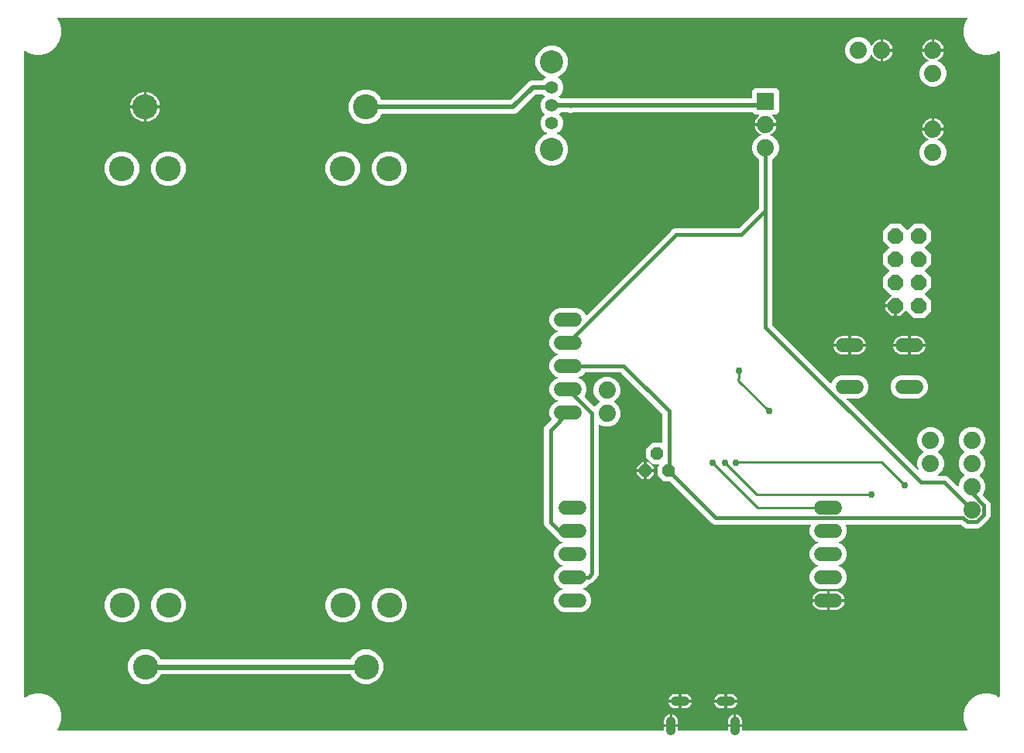
<source format=gbr>
G04 EAGLE Gerber RS-274X export*
G75*
%MOMM*%
%FSLAX34Y34*%
%LPD*%
%INBottom Copper*%
%IPPOS*%
%AMOC8*
5,1,8,0,0,1.08239X$1,22.5*%
G01*
%ADD10C,1.879600*%
%ADD11C,2.743200*%
%ADD12R,1.879600X1.879600*%
%ADD13C,1.524000*%
%ADD14C,1.058000*%
%ADD15C,1.008000*%
%ADD16P,1.814519X8X292.500000*%
%ADD17P,1.429621X8X22.500000*%
%ADD18C,1.422400*%
%ADD19C,2.540000*%
%ADD20C,0.609600*%
%ADD21C,0.406400*%
%ADD22C,0.756400*%
%ADD23C,0.254000*%
%ADD24C,0.508000*%

G36*
X708518Y10164D02*
X708518Y10164D01*
X708537Y10162D01*
X708639Y10184D01*
X708741Y10200D01*
X708758Y10210D01*
X708778Y10214D01*
X708867Y10267D01*
X708958Y10316D01*
X708972Y10330D01*
X708989Y10340D01*
X709056Y10419D01*
X709128Y10494D01*
X709136Y10512D01*
X709149Y10527D01*
X709188Y10623D01*
X709231Y10717D01*
X709233Y10737D01*
X709241Y10755D01*
X709259Y10922D01*
X709259Y13991D01*
X716352Y13991D01*
X716371Y13994D01*
X716391Y13992D01*
X716493Y14014D01*
X716595Y14030D01*
X716612Y14040D01*
X716632Y14044D01*
X716721Y14097D01*
X716812Y14146D01*
X716826Y14160D01*
X716843Y14170D01*
X716846Y14174D01*
X716900Y14122D01*
X716918Y14114D01*
X716933Y14101D01*
X717030Y14062D01*
X717123Y14019D01*
X717143Y14017D01*
X717161Y14009D01*
X717328Y13991D01*
X724421Y13991D01*
X724421Y10922D01*
X724424Y10902D01*
X724422Y10883D01*
X724444Y10781D01*
X724460Y10679D01*
X724470Y10662D01*
X724474Y10642D01*
X724527Y10553D01*
X724576Y10462D01*
X724590Y10448D01*
X724600Y10431D01*
X724679Y10364D01*
X724754Y10292D01*
X724772Y10284D01*
X724787Y10271D01*
X724883Y10232D01*
X724977Y10189D01*
X724997Y10187D01*
X725015Y10179D01*
X725182Y10161D01*
X778498Y10161D01*
X778518Y10164D01*
X778537Y10162D01*
X778639Y10184D01*
X778741Y10200D01*
X778758Y10210D01*
X778778Y10214D01*
X778867Y10267D01*
X778958Y10316D01*
X778972Y10330D01*
X778989Y10340D01*
X779056Y10419D01*
X779128Y10494D01*
X779136Y10512D01*
X779149Y10527D01*
X779188Y10623D01*
X779231Y10717D01*
X779233Y10737D01*
X779241Y10755D01*
X779259Y10922D01*
X779259Y13991D01*
X786352Y13991D01*
X786371Y13994D01*
X786391Y13992D01*
X786493Y14014D01*
X786595Y14030D01*
X786612Y14040D01*
X786632Y14044D01*
X786721Y14097D01*
X786812Y14146D01*
X786826Y14160D01*
X786843Y14170D01*
X786846Y14174D01*
X786900Y14122D01*
X786918Y14114D01*
X786933Y14101D01*
X787030Y14062D01*
X787123Y14019D01*
X787143Y14017D01*
X787161Y14009D01*
X787328Y13991D01*
X794421Y13991D01*
X794421Y10922D01*
X794424Y10902D01*
X794422Y10883D01*
X794444Y10781D01*
X794460Y10679D01*
X794470Y10662D01*
X794474Y10642D01*
X794527Y10553D01*
X794576Y10462D01*
X794590Y10448D01*
X794600Y10431D01*
X794679Y10364D01*
X794754Y10292D01*
X794772Y10284D01*
X794787Y10271D01*
X794883Y10232D01*
X794977Y10189D01*
X794997Y10187D01*
X795015Y10179D01*
X795182Y10161D01*
X1040147Y10161D01*
X1040241Y10176D01*
X1040336Y10185D01*
X1040362Y10196D01*
X1040390Y10200D01*
X1040474Y10245D01*
X1040561Y10283D01*
X1040582Y10302D01*
X1040607Y10316D01*
X1040672Y10385D01*
X1040743Y10449D01*
X1040757Y10473D01*
X1040776Y10494D01*
X1040816Y10580D01*
X1040863Y10664D01*
X1040868Y10691D01*
X1040880Y10717D01*
X1040890Y10812D01*
X1040908Y10905D01*
X1040904Y10933D01*
X1040907Y10961D01*
X1040887Y11055D01*
X1040873Y11149D01*
X1040859Y11181D01*
X1040855Y11202D01*
X1040838Y11230D01*
X1040806Y11303D01*
X1038274Y15688D01*
X1036559Y22088D01*
X1036559Y28712D01*
X1038274Y35112D01*
X1041586Y40849D01*
X1046271Y45534D01*
X1052008Y48846D01*
X1058408Y50561D01*
X1065032Y50561D01*
X1071432Y48846D01*
X1075057Y46753D01*
X1075146Y46719D01*
X1075233Y46679D01*
X1075261Y46676D01*
X1075287Y46666D01*
X1075383Y46662D01*
X1075477Y46652D01*
X1075505Y46658D01*
X1075533Y46657D01*
X1075625Y46684D01*
X1075718Y46704D01*
X1075742Y46719D01*
X1075769Y46727D01*
X1075847Y46781D01*
X1075929Y46830D01*
X1075947Y46852D01*
X1075970Y46868D01*
X1076027Y46945D01*
X1076089Y47017D01*
X1076099Y47043D01*
X1076116Y47066D01*
X1076145Y47157D01*
X1076181Y47245D01*
X1076185Y47281D01*
X1076191Y47300D01*
X1076191Y47333D01*
X1076199Y47412D01*
X1076199Y752688D01*
X1076184Y752782D01*
X1076175Y752877D01*
X1076164Y752903D01*
X1076160Y752931D01*
X1076115Y753015D01*
X1076077Y753102D01*
X1076058Y753123D01*
X1076044Y753148D01*
X1075975Y753214D01*
X1075911Y753284D01*
X1075887Y753298D01*
X1075866Y753317D01*
X1075780Y753358D01*
X1075696Y753404D01*
X1075669Y753409D01*
X1075643Y753421D01*
X1075548Y753432D01*
X1075455Y753449D01*
X1075427Y753445D01*
X1075399Y753448D01*
X1075305Y753428D01*
X1075211Y753415D01*
X1075179Y753400D01*
X1075158Y753396D01*
X1075130Y753379D01*
X1075057Y753347D01*
X1071432Y751254D01*
X1065032Y749539D01*
X1058408Y749539D01*
X1052008Y751254D01*
X1046271Y754566D01*
X1041586Y759251D01*
X1038274Y764988D01*
X1036559Y771388D01*
X1036559Y778012D01*
X1038274Y784412D01*
X1040748Y788697D01*
X1040782Y788786D01*
X1040822Y788873D01*
X1040825Y788901D01*
X1040835Y788927D01*
X1040839Y789023D01*
X1040849Y789117D01*
X1040843Y789145D01*
X1040844Y789173D01*
X1040817Y789265D01*
X1040797Y789358D01*
X1040783Y789382D01*
X1040775Y789409D01*
X1040720Y789487D01*
X1040671Y789569D01*
X1040649Y789587D01*
X1040633Y789610D01*
X1040556Y789667D01*
X1040484Y789729D01*
X1040458Y789739D01*
X1040435Y789756D01*
X1040344Y789785D01*
X1040256Y789821D01*
X1040221Y789825D01*
X1040201Y789831D01*
X1040168Y789831D01*
X1040089Y789839D01*
X47031Y789839D01*
X46937Y789824D01*
X46842Y789815D01*
X46816Y789804D01*
X46788Y789800D01*
X46704Y789755D01*
X46617Y789717D01*
X46596Y789698D01*
X46571Y789684D01*
X46505Y789615D01*
X46435Y789551D01*
X46421Y789527D01*
X46401Y789506D01*
X46361Y789420D01*
X46315Y789336D01*
X46310Y789309D01*
X46298Y789283D01*
X46287Y789188D01*
X46270Y789095D01*
X46274Y789067D01*
X46271Y789039D01*
X46291Y788945D01*
X46304Y788851D01*
X46319Y788819D01*
X46323Y788798D01*
X46340Y788770D01*
X46372Y788697D01*
X48846Y784412D01*
X50561Y778012D01*
X50561Y771388D01*
X48846Y764988D01*
X45534Y759251D01*
X40849Y754566D01*
X35112Y751254D01*
X28712Y749539D01*
X22088Y749539D01*
X15688Y751254D01*
X11303Y753786D01*
X11214Y753820D01*
X11127Y753860D01*
X11099Y753863D01*
X11073Y753873D01*
X10977Y753877D01*
X10883Y753887D01*
X10855Y753881D01*
X10827Y753882D01*
X10735Y753855D01*
X10642Y753835D01*
X10618Y753820D01*
X10591Y753812D01*
X10513Y753757D01*
X10431Y753709D01*
X10413Y753687D01*
X10390Y753671D01*
X10333Y753594D01*
X10271Y753522D01*
X10261Y753495D01*
X10244Y753473D01*
X10215Y753382D01*
X10179Y753293D01*
X10175Y753258D01*
X10169Y753238D01*
X10169Y753205D01*
X10161Y753127D01*
X10161Y46973D01*
X10176Y46879D01*
X10185Y46784D01*
X10196Y46758D01*
X10200Y46730D01*
X10245Y46646D01*
X10283Y46559D01*
X10302Y46538D01*
X10316Y46513D01*
X10385Y46448D01*
X10449Y46377D01*
X10473Y46363D01*
X10494Y46344D01*
X10580Y46304D01*
X10664Y46257D01*
X10691Y46252D01*
X10717Y46240D01*
X10812Y46230D01*
X10905Y46212D01*
X10933Y46216D01*
X10961Y46213D01*
X11055Y46233D01*
X11149Y46247D01*
X11181Y46261D01*
X11202Y46265D01*
X11230Y46282D01*
X11303Y46314D01*
X15688Y48846D01*
X22088Y50561D01*
X28712Y50561D01*
X35112Y48846D01*
X40849Y45534D01*
X45534Y40849D01*
X48846Y35112D01*
X50561Y28712D01*
X50561Y22088D01*
X48846Y15688D01*
X46314Y11303D01*
X46280Y11214D01*
X46240Y11127D01*
X46237Y11099D01*
X46227Y11073D01*
X46223Y10977D01*
X46213Y10883D01*
X46219Y10855D01*
X46218Y10827D01*
X46245Y10735D01*
X46265Y10642D01*
X46280Y10618D01*
X46288Y10591D01*
X46343Y10513D01*
X46391Y10431D01*
X46413Y10413D01*
X46429Y10390D01*
X46506Y10333D01*
X46578Y10271D01*
X46605Y10261D01*
X46627Y10244D01*
X46718Y10215D01*
X46807Y10179D01*
X46842Y10175D01*
X46862Y10169D01*
X46895Y10169D01*
X46973Y10161D01*
X708498Y10161D01*
X708518Y10164D01*
G37*
%LPC*%
G36*
X599454Y139699D02*
X599454Y139699D01*
X594786Y141633D01*
X591213Y145206D01*
X589279Y149874D01*
X589279Y154926D01*
X591213Y159594D01*
X594786Y163167D01*
X597754Y164397D01*
X597815Y164435D01*
X597880Y164464D01*
X597919Y164499D01*
X597963Y164526D01*
X598009Y164582D01*
X598062Y164630D01*
X598087Y164676D01*
X598120Y164716D01*
X598146Y164783D01*
X598180Y164846D01*
X598189Y164897D01*
X598208Y164945D01*
X598211Y165017D01*
X598224Y165088D01*
X598216Y165139D01*
X598218Y165191D01*
X598199Y165260D01*
X598188Y165331D01*
X598164Y165377D01*
X598150Y165427D01*
X598109Y165486D01*
X598077Y165550D01*
X598039Y165587D01*
X598010Y165629D01*
X597952Y165672D01*
X597901Y165722D01*
X597838Y165757D01*
X597812Y165776D01*
X597790Y165783D01*
X597754Y165803D01*
X594786Y167033D01*
X591213Y170606D01*
X589279Y175274D01*
X589279Y180326D01*
X591213Y184994D01*
X594786Y188567D01*
X597754Y189797D01*
X597815Y189835D01*
X597880Y189864D01*
X597919Y189899D01*
X597963Y189926D01*
X598009Y189982D01*
X598062Y190030D01*
X598087Y190076D01*
X598120Y190116D01*
X598146Y190183D01*
X598180Y190246D01*
X598189Y190297D01*
X598208Y190345D01*
X598211Y190417D01*
X598224Y190488D01*
X598216Y190539D01*
X598218Y190591D01*
X598199Y190660D01*
X598188Y190731D01*
X598164Y190777D01*
X598150Y190827D01*
X598109Y190886D01*
X598077Y190950D01*
X598039Y190987D01*
X598010Y191029D01*
X597952Y191072D01*
X597901Y191122D01*
X597838Y191157D01*
X597812Y191176D01*
X597790Y191183D01*
X597754Y191203D01*
X594786Y192433D01*
X591213Y196006D01*
X589279Y200674D01*
X589279Y205726D01*
X591213Y210394D01*
X594786Y213967D01*
X597754Y215197D01*
X597815Y215235D01*
X597880Y215264D01*
X597919Y215299D01*
X597963Y215326D01*
X598009Y215382D01*
X598062Y215430D01*
X598087Y215476D01*
X598120Y215516D01*
X598146Y215583D01*
X598180Y215646D01*
X598189Y215697D01*
X598208Y215745D01*
X598211Y215817D01*
X598224Y215888D01*
X598216Y215939D01*
X598218Y215991D01*
X598199Y216060D01*
X598188Y216131D01*
X598164Y216177D01*
X598150Y216227D01*
X598109Y216286D01*
X598077Y216350D01*
X598039Y216387D01*
X598010Y216429D01*
X597952Y216472D01*
X597901Y216522D01*
X597838Y216557D01*
X597812Y216576D01*
X597790Y216583D01*
X597754Y216603D01*
X594786Y217833D01*
X591213Y221406D01*
X590802Y222399D01*
X590767Y222454D01*
X590741Y222515D01*
X590689Y222580D01*
X590672Y222608D01*
X590657Y222620D01*
X590637Y222646D01*
X588604Y224678D01*
X579059Y234223D01*
X577976Y236837D01*
X577976Y340124D01*
X579059Y342738D01*
X586161Y349840D01*
X586173Y349857D01*
X586189Y349869D01*
X586245Y349956D01*
X586305Y350040D01*
X586311Y350059D01*
X586322Y350076D01*
X586347Y350176D01*
X586377Y350275D01*
X586377Y350295D01*
X586382Y350315D01*
X586374Y350418D01*
X586371Y350521D01*
X586364Y350540D01*
X586363Y350560D01*
X586322Y350655D01*
X586287Y350752D01*
X586274Y350768D01*
X586266Y350786D01*
X586161Y350917D01*
X586133Y350946D01*
X584199Y355614D01*
X584199Y360666D01*
X586133Y365334D01*
X589706Y368907D01*
X592674Y370137D01*
X592735Y370175D01*
X592800Y370204D01*
X592839Y370239D01*
X592883Y370266D01*
X592929Y370322D01*
X592982Y370370D01*
X593007Y370416D01*
X593040Y370456D01*
X593066Y370523D01*
X593100Y370586D01*
X593109Y370637D01*
X593128Y370685D01*
X593131Y370757D01*
X593144Y370828D01*
X593136Y370879D01*
X593138Y370931D01*
X593118Y371000D01*
X593108Y371071D01*
X593084Y371117D01*
X593070Y371167D01*
X593029Y371226D01*
X592997Y371290D01*
X592959Y371327D01*
X592930Y371369D01*
X592872Y371412D01*
X592821Y371462D01*
X592758Y371497D01*
X592732Y371516D01*
X592710Y371523D01*
X592674Y371543D01*
X589706Y372773D01*
X586133Y376346D01*
X584199Y381014D01*
X584199Y386066D01*
X586133Y390734D01*
X589706Y394307D01*
X592674Y395537D01*
X592735Y395575D01*
X592800Y395604D01*
X592839Y395639D01*
X592883Y395666D01*
X592929Y395722D01*
X592982Y395770D01*
X593007Y395816D01*
X593040Y395856D01*
X593066Y395923D01*
X593100Y395986D01*
X593109Y396037D01*
X593128Y396085D01*
X593131Y396157D01*
X593144Y396228D01*
X593136Y396279D01*
X593138Y396331D01*
X593118Y396400D01*
X593108Y396471D01*
X593084Y396517D01*
X593070Y396567D01*
X593029Y396626D01*
X592997Y396690D01*
X592959Y396727D01*
X592930Y396769D01*
X592872Y396812D01*
X592821Y396862D01*
X592758Y396897D01*
X592732Y396916D01*
X592710Y396923D01*
X592674Y396943D01*
X589706Y398173D01*
X586133Y401746D01*
X584199Y406414D01*
X584199Y411466D01*
X586133Y416134D01*
X589706Y419707D01*
X592674Y420937D01*
X592735Y420975D01*
X592800Y421004D01*
X592839Y421039D01*
X592883Y421066D01*
X592929Y421122D01*
X592982Y421170D01*
X593007Y421216D01*
X593040Y421256D01*
X593066Y421323D01*
X593100Y421386D01*
X593109Y421437D01*
X593128Y421485D01*
X593131Y421557D01*
X593144Y421628D01*
X593136Y421679D01*
X593138Y421731D01*
X593118Y421800D01*
X593108Y421871D01*
X593084Y421917D01*
X593070Y421967D01*
X593029Y422026D01*
X592997Y422090D01*
X592959Y422127D01*
X592930Y422169D01*
X592872Y422212D01*
X592821Y422262D01*
X592758Y422297D01*
X592732Y422316D01*
X592710Y422323D01*
X592674Y422343D01*
X589706Y423573D01*
X586133Y427146D01*
X584199Y431814D01*
X584199Y436866D01*
X586133Y441534D01*
X589706Y445107D01*
X592674Y446337D01*
X592735Y446375D01*
X592800Y446404D01*
X592839Y446439D01*
X592883Y446466D01*
X592929Y446522D01*
X592982Y446570D01*
X593007Y446616D01*
X593040Y446656D01*
X593066Y446723D01*
X593100Y446786D01*
X593109Y446837D01*
X593128Y446885D01*
X593131Y446957D01*
X593144Y447028D01*
X593136Y447079D01*
X593138Y447131D01*
X593118Y447200D01*
X593108Y447271D01*
X593084Y447317D01*
X593070Y447367D01*
X593029Y447426D01*
X592997Y447490D01*
X592959Y447527D01*
X592930Y447569D01*
X592872Y447612D01*
X592821Y447662D01*
X592758Y447697D01*
X592732Y447716D01*
X592710Y447723D01*
X592674Y447743D01*
X589706Y448973D01*
X586133Y452546D01*
X584199Y457214D01*
X584199Y462266D01*
X586133Y466934D01*
X589706Y470507D01*
X594374Y472441D01*
X614666Y472441D01*
X619334Y470507D01*
X622907Y466934D01*
X623686Y465054D01*
X623710Y465015D01*
X623726Y464972D01*
X623775Y464911D01*
X623816Y464845D01*
X623851Y464815D01*
X623880Y464779D01*
X623945Y464737D01*
X624005Y464688D01*
X624048Y464671D01*
X624087Y464646D01*
X624162Y464627D01*
X624235Y464600D01*
X624281Y464598D01*
X624325Y464586D01*
X624403Y464592D01*
X624481Y464589D01*
X624525Y464602D01*
X624570Y464606D01*
X624642Y464636D01*
X624717Y464658D01*
X624755Y464684D01*
X624797Y464702D01*
X624903Y464787D01*
X624919Y464798D01*
X624922Y464802D01*
X624928Y464807D01*
X716493Y556372D01*
X718601Y558480D01*
X721215Y559563D01*
X790488Y559563D01*
X790579Y559577D01*
X790669Y559585D01*
X790699Y559597D01*
X790731Y559602D01*
X790812Y559645D01*
X790896Y559681D01*
X790928Y559707D01*
X790949Y559718D01*
X790971Y559741D01*
X791027Y559786D01*
X813084Y581843D01*
X813137Y581917D01*
X813197Y581987D01*
X813209Y582017D01*
X813228Y582043D01*
X813255Y582130D01*
X813289Y582215D01*
X813293Y582256D01*
X813300Y582278D01*
X813299Y582310D01*
X813307Y582382D01*
X813307Y634466D01*
X813288Y634581D01*
X813271Y634697D01*
X813269Y634703D01*
X813268Y634709D01*
X813213Y634811D01*
X813160Y634916D01*
X813155Y634921D01*
X813152Y634926D01*
X813068Y635006D01*
X812984Y635088D01*
X812978Y635092D01*
X812974Y635095D01*
X812957Y635103D01*
X812837Y635169D01*
X812218Y635426D01*
X808146Y639498D01*
X805941Y644820D01*
X805941Y650580D01*
X808146Y655902D01*
X812218Y659974D01*
X814921Y661094D01*
X814956Y661116D01*
X814996Y661130D01*
X815047Y661170D01*
X815074Y661184D01*
X815085Y661196D01*
X815130Y661223D01*
X815156Y661256D01*
X815189Y661282D01*
X815234Y661350D01*
X815286Y661413D01*
X815301Y661452D01*
X815325Y661487D01*
X815345Y661566D01*
X815375Y661642D01*
X815376Y661684D01*
X815387Y661725D01*
X815382Y661807D01*
X815385Y661888D01*
X815373Y661929D01*
X815370Y661970D01*
X815339Y662046D01*
X815316Y662124D01*
X815293Y662159D01*
X815277Y662198D01*
X815223Y662259D01*
X815176Y662326D01*
X815143Y662352D01*
X815115Y662383D01*
X814986Y662468D01*
X814979Y662473D01*
X814977Y662474D01*
X814975Y662475D01*
X814163Y662889D01*
X812642Y663994D01*
X811314Y665322D01*
X810209Y666843D01*
X809356Y668517D01*
X808775Y670304D01*
X808574Y671577D01*
X819658Y671577D01*
X819678Y671580D01*
X819697Y671578D01*
X819799Y671600D01*
X819901Y671617D01*
X819918Y671626D01*
X819938Y671630D01*
X820027Y671683D01*
X820118Y671732D01*
X820132Y671746D01*
X820149Y671756D01*
X820216Y671835D01*
X820287Y671910D01*
X820296Y671928D01*
X820309Y671943D01*
X820347Y672039D01*
X820391Y672133D01*
X820393Y672153D01*
X820401Y672171D01*
X820419Y672338D01*
X820419Y673862D01*
X820416Y673882D01*
X820418Y673901D01*
X820396Y674003D01*
X820379Y674105D01*
X820370Y674122D01*
X820366Y674142D01*
X820313Y674231D01*
X820264Y674322D01*
X820250Y674336D01*
X820240Y674353D01*
X820161Y674420D01*
X820086Y674491D01*
X820068Y674500D01*
X820053Y674513D01*
X819957Y674552D01*
X819863Y674595D01*
X819843Y674597D01*
X819825Y674605D01*
X819658Y674623D01*
X808574Y674623D01*
X808775Y675896D01*
X809356Y677683D01*
X810209Y679357D01*
X811314Y680878D01*
X812642Y682206D01*
X813245Y682644D01*
X813251Y682650D01*
X813258Y682654D01*
X813337Y682737D01*
X813418Y682819D01*
X813422Y682826D01*
X813427Y682832D01*
X813475Y682936D01*
X813526Y683040D01*
X813527Y683048D01*
X813531Y683055D01*
X813543Y683169D01*
X813558Y683284D01*
X813557Y683292D01*
X813558Y683299D01*
X813533Y683412D01*
X813511Y683525D01*
X813507Y683532D01*
X813506Y683540D01*
X813446Y683639D01*
X813389Y683739D01*
X813383Y683744D01*
X813379Y683751D01*
X813291Y683826D01*
X813206Y683903D01*
X813199Y683906D01*
X813192Y683911D01*
X813085Y683954D01*
X812980Y683999D01*
X812972Y684000D01*
X812964Y684003D01*
X812798Y684021D01*
X808917Y684021D01*
X806854Y686084D01*
X806780Y686137D01*
X806711Y686197D01*
X806681Y686209D01*
X806655Y686228D01*
X806568Y686255D01*
X806483Y686289D01*
X806442Y686293D01*
X806420Y686300D01*
X806387Y686299D01*
X806316Y686307D01*
X609420Y686307D01*
X609356Y686297D01*
X609290Y686296D01*
X609210Y686273D01*
X609178Y686268D01*
X609161Y686258D01*
X609129Y686249D01*
X608656Y686053D01*
X605624Y686053D01*
X605151Y686249D01*
X605087Y686264D01*
X605026Y686289D01*
X604943Y686298D01*
X604911Y686305D01*
X604892Y686304D01*
X604859Y686307D01*
X596678Y686307D01*
X596588Y686293D01*
X596497Y686285D01*
X596467Y686273D01*
X596435Y686268D01*
X596355Y686225D01*
X596270Y686189D01*
X596238Y686163D01*
X596218Y686152D01*
X596195Y686129D01*
X596139Y686084D01*
X595021Y684966D01*
X595010Y684950D01*
X594994Y684938D01*
X594938Y684850D01*
X594878Y684767D01*
X594872Y684748D01*
X594861Y684731D01*
X594836Y684630D01*
X594806Y684531D01*
X594806Y684512D01*
X594801Y684492D01*
X594809Y684389D01*
X594812Y684286D01*
X594819Y684267D01*
X594820Y684247D01*
X594861Y684152D01*
X594896Y684055D01*
X594909Y684039D01*
X594917Y684021D01*
X595021Y683890D01*
X597076Y681835D01*
X598933Y677353D01*
X598933Y672503D01*
X597076Y668021D01*
X593647Y664592D01*
X592594Y664156D01*
X592533Y664118D01*
X592468Y664089D01*
X592429Y664053D01*
X592385Y664026D01*
X592339Y663971D01*
X592286Y663922D01*
X592261Y663877D01*
X592228Y663836D01*
X592202Y663770D01*
X592168Y663707D01*
X592159Y663655D01*
X592140Y663607D01*
X592137Y663535D01*
X592124Y663465D01*
X592132Y663413D01*
X592130Y663361D01*
X592150Y663292D01*
X592160Y663221D01*
X592184Y663175D01*
X592198Y663125D01*
X592239Y663066D01*
X592271Y663002D01*
X592309Y662966D01*
X592338Y662923D01*
X592396Y662880D01*
X592447Y662830D01*
X592510Y662795D01*
X592536Y662776D01*
X592558Y662769D01*
X592594Y662749D01*
X596812Y661002D01*
X601814Y656000D01*
X604521Y649465D01*
X604521Y642391D01*
X601814Y635856D01*
X596812Y630854D01*
X590277Y628147D01*
X583203Y628147D01*
X576668Y630854D01*
X571666Y635856D01*
X568959Y642391D01*
X568959Y649465D01*
X571666Y656000D01*
X576668Y661002D01*
X580886Y662749D01*
X580947Y662787D01*
X581012Y662816D01*
X581051Y662851D01*
X581095Y662879D01*
X581141Y662934D01*
X581194Y662982D01*
X581219Y663028D01*
X581252Y663068D01*
X581278Y663135D01*
X581312Y663198D01*
X581321Y663249D01*
X581340Y663298D01*
X581343Y663369D01*
X581356Y663440D01*
X581348Y663491D01*
X581350Y663543D01*
X581330Y663612D01*
X581320Y663683D01*
X581296Y663730D01*
X581282Y663780D01*
X581241Y663838D01*
X581209Y663902D01*
X581171Y663939D01*
X581142Y663982D01*
X581084Y664024D01*
X581033Y664075D01*
X580970Y664109D01*
X580944Y664128D01*
X580922Y664136D01*
X580886Y664156D01*
X579833Y664592D01*
X576404Y668021D01*
X574547Y672503D01*
X574547Y677353D01*
X576404Y681835D01*
X578459Y683890D01*
X578470Y683906D01*
X578486Y683918D01*
X578542Y684006D01*
X578602Y684089D01*
X578608Y684108D01*
X578619Y684125D01*
X578644Y684226D01*
X578674Y684325D01*
X578674Y684344D01*
X578679Y684364D01*
X578671Y684467D01*
X578668Y684570D01*
X578661Y684589D01*
X578660Y684609D01*
X578619Y684704D01*
X578584Y684801D01*
X578571Y684817D01*
X578563Y684835D01*
X578459Y684966D01*
X576404Y687021D01*
X574547Y691503D01*
X574547Y696353D01*
X576404Y700835D01*
X578959Y703390D01*
X578970Y703406D01*
X578986Y703418D01*
X579042Y703506D01*
X579102Y703589D01*
X579108Y703608D01*
X579119Y703625D01*
X579144Y703726D01*
X579174Y703825D01*
X579174Y703844D01*
X579179Y703864D01*
X579171Y703967D01*
X579168Y704070D01*
X579161Y704089D01*
X579160Y704109D01*
X579119Y704204D01*
X579084Y704301D01*
X579071Y704317D01*
X579063Y704335D01*
X578959Y704466D01*
X577341Y706084D01*
X577267Y706137D01*
X577197Y706197D01*
X577167Y706209D01*
X577141Y706228D01*
X577054Y706255D01*
X576969Y706289D01*
X576928Y706293D01*
X576906Y706300D01*
X576874Y706299D01*
X576802Y706307D01*
X569318Y706307D01*
X569228Y706293D01*
X569137Y706285D01*
X569107Y706273D01*
X569075Y706268D01*
X568994Y706225D01*
X568911Y706189D01*
X568878Y706163D01*
X568858Y706152D01*
X568836Y706129D01*
X568780Y706084D01*
X548595Y685899D01*
X545794Y684739D01*
X401137Y684739D01*
X401023Y684720D01*
X400907Y684703D01*
X400901Y684701D01*
X400895Y684700D01*
X400792Y684645D01*
X400687Y684592D01*
X400683Y684587D01*
X400677Y684584D01*
X400597Y684500D01*
X400515Y684416D01*
X400511Y684410D01*
X400508Y684406D01*
X400500Y684389D01*
X400434Y684269D01*
X399375Y681712D01*
X394088Y676425D01*
X387179Y673563D01*
X379701Y673563D01*
X372792Y676425D01*
X367505Y681712D01*
X364643Y688621D01*
X364643Y696099D01*
X367505Y703008D01*
X372792Y708295D01*
X379701Y711157D01*
X387179Y711157D01*
X394088Y708295D01*
X399375Y703008D01*
X400434Y700451D01*
X400496Y700351D01*
X400556Y700251D01*
X400560Y700247D01*
X400564Y700242D01*
X400654Y700167D01*
X400743Y700091D01*
X400748Y700089D01*
X400753Y700085D01*
X400862Y700043D01*
X400971Y699999D01*
X400978Y699998D01*
X400983Y699997D01*
X401001Y699996D01*
X401137Y699981D01*
X540806Y699981D01*
X540896Y699995D01*
X540987Y700003D01*
X541017Y700015D01*
X541049Y700020D01*
X541130Y700063D01*
X541213Y700099D01*
X541246Y700125D01*
X541266Y700136D01*
X541288Y700159D01*
X541344Y700204D01*
X561529Y720389D01*
X564330Y721549D01*
X576802Y721549D01*
X576892Y721563D01*
X576983Y721571D01*
X577013Y721583D01*
X577045Y721588D01*
X577126Y721631D01*
X577210Y721667D01*
X577242Y721693D01*
X577262Y721704D01*
X577285Y721727D01*
X577341Y721772D01*
X579932Y724363D01*
X579959Y724400D01*
X579992Y724431D01*
X580030Y724500D01*
X580075Y724563D01*
X580089Y724607D01*
X580111Y724647D01*
X580125Y724724D01*
X580148Y724798D01*
X580147Y724844D01*
X580155Y724889D01*
X580143Y724966D01*
X580141Y725044D01*
X580126Y725087D01*
X580119Y725132D01*
X580084Y725202D01*
X580057Y725275D01*
X580028Y725311D01*
X580007Y725351D01*
X579952Y725406D01*
X579903Y725467D01*
X579865Y725492D01*
X579832Y725524D01*
X579712Y725590D01*
X579696Y725600D01*
X579691Y725601D01*
X579685Y725605D01*
X576668Y726854D01*
X571666Y731856D01*
X568959Y738391D01*
X568959Y745465D01*
X571666Y752000D01*
X576668Y757002D01*
X583203Y759709D01*
X590277Y759709D01*
X596812Y757002D01*
X601814Y752000D01*
X604521Y745465D01*
X604521Y738391D01*
X601814Y731856D01*
X596812Y726854D01*
X593795Y725605D01*
X593756Y725580D01*
X593713Y725565D01*
X593652Y725516D01*
X593586Y725475D01*
X593557Y725440D01*
X593521Y725411D01*
X593479Y725345D01*
X593429Y725286D01*
X593413Y725243D01*
X593388Y725204D01*
X593369Y725128D01*
X593341Y725056D01*
X593339Y725010D01*
X593328Y724966D01*
X593334Y724888D01*
X593331Y724810D01*
X593343Y724766D01*
X593347Y724720D01*
X593377Y724649D01*
X593399Y724574D01*
X593425Y724536D01*
X593443Y724494D01*
X593529Y724387D01*
X593539Y724372D01*
X593543Y724369D01*
X593548Y724363D01*
X597076Y720835D01*
X598933Y716353D01*
X598933Y711503D01*
X597076Y707021D01*
X594521Y704466D01*
X594510Y704450D01*
X594494Y704438D01*
X594438Y704350D01*
X594378Y704267D01*
X594372Y704248D01*
X594361Y704231D01*
X594336Y704130D01*
X594306Y704031D01*
X594306Y704012D01*
X594301Y703992D01*
X594309Y703889D01*
X594312Y703786D01*
X594319Y703767D01*
X594320Y703747D01*
X594361Y703652D01*
X594396Y703555D01*
X594409Y703539D01*
X594417Y703521D01*
X594521Y703390D01*
X596139Y701772D01*
X596213Y701719D01*
X596283Y701659D01*
X596313Y701647D01*
X596339Y701628D01*
X596426Y701601D01*
X596511Y701567D01*
X596552Y701563D01*
X596574Y701556D01*
X596606Y701557D01*
X596678Y701549D01*
X805180Y701549D01*
X805200Y701552D01*
X805219Y701550D01*
X805321Y701572D01*
X805423Y701588D01*
X805440Y701598D01*
X805460Y701602D01*
X805549Y701655D01*
X805640Y701704D01*
X805654Y701718D01*
X805671Y701728D01*
X805738Y701807D01*
X805810Y701882D01*
X805818Y701900D01*
X805831Y701915D01*
X805870Y702011D01*
X805913Y702105D01*
X805915Y702125D01*
X805923Y702143D01*
X805941Y702310D01*
X805941Y710003D01*
X808917Y712979D01*
X831923Y712979D01*
X834899Y710003D01*
X834899Y686997D01*
X831923Y684021D01*
X828042Y684021D01*
X828035Y684020D01*
X828027Y684021D01*
X827913Y684000D01*
X827800Y683982D01*
X827793Y683978D01*
X827785Y683976D01*
X827684Y683920D01*
X827582Y683866D01*
X827577Y683861D01*
X827570Y683857D01*
X827492Y683772D01*
X827413Y683688D01*
X827410Y683681D01*
X827404Y683675D01*
X827358Y683569D01*
X827309Y683465D01*
X827308Y683457D01*
X827305Y683450D01*
X827295Y683335D01*
X827282Y683221D01*
X827284Y683213D01*
X827283Y683205D01*
X827310Y683092D01*
X827334Y682980D01*
X827339Y682973D01*
X827340Y682966D01*
X827402Y682867D01*
X827461Y682769D01*
X827467Y682764D01*
X827471Y682757D01*
X827595Y682644D01*
X828198Y682206D01*
X829526Y680878D01*
X830631Y679357D01*
X831484Y677683D01*
X832065Y675896D01*
X832266Y674623D01*
X821182Y674623D01*
X821162Y674620D01*
X821143Y674622D01*
X821041Y674600D01*
X820939Y674583D01*
X820922Y674574D01*
X820902Y674570D01*
X820813Y674517D01*
X820722Y674468D01*
X820708Y674454D01*
X820691Y674444D01*
X820624Y674365D01*
X820553Y674290D01*
X820544Y674272D01*
X820531Y674257D01*
X820493Y674161D01*
X820449Y674067D01*
X820447Y674047D01*
X820439Y674029D01*
X820421Y673862D01*
X820421Y672338D01*
X820424Y672318D01*
X820422Y672299D01*
X820444Y672197D01*
X820461Y672095D01*
X820470Y672078D01*
X820474Y672058D01*
X820527Y671969D01*
X820576Y671878D01*
X820590Y671864D01*
X820600Y671847D01*
X820679Y671780D01*
X820754Y671709D01*
X820772Y671700D01*
X820787Y671687D01*
X820883Y671648D01*
X820977Y671605D01*
X820997Y671603D01*
X821015Y671595D01*
X821182Y671577D01*
X832266Y671577D01*
X832065Y670304D01*
X831484Y668517D01*
X830631Y666843D01*
X829526Y665322D01*
X828198Y663994D01*
X826677Y662889D01*
X825865Y662475D01*
X825831Y662450D01*
X825793Y662433D01*
X825733Y662378D01*
X825667Y662330D01*
X825643Y662295D01*
X825612Y662267D01*
X825572Y662195D01*
X825525Y662128D01*
X825514Y662088D01*
X825493Y662051D01*
X825479Y661971D01*
X825456Y661893D01*
X825457Y661851D01*
X825450Y661809D01*
X825462Y661728D01*
X825464Y661647D01*
X825479Y661608D01*
X825485Y661566D01*
X825522Y661493D01*
X825551Y661417D01*
X825578Y661384D01*
X825597Y661347D01*
X825643Y661301D01*
X825644Y661300D01*
X825649Y661295D01*
X825655Y661290D01*
X825707Y661226D01*
X825743Y661204D01*
X825772Y661175D01*
X825823Y661147D01*
X825831Y661140D01*
X825848Y661133D01*
X825908Y661100D01*
X825915Y661095D01*
X825917Y661095D01*
X825919Y661094D01*
X828622Y659974D01*
X832694Y655902D01*
X834899Y650580D01*
X834899Y644820D01*
X832694Y639498D01*
X828622Y635426D01*
X828003Y635169D01*
X827903Y635107D01*
X827803Y635048D01*
X827799Y635043D01*
X827794Y635040D01*
X827719Y634949D01*
X827643Y634861D01*
X827641Y634855D01*
X827637Y634850D01*
X827595Y634741D01*
X827551Y634633D01*
X827550Y634625D01*
X827549Y634620D01*
X827548Y634602D01*
X827533Y634466D01*
X827533Y454308D01*
X827547Y454218D01*
X827555Y454127D01*
X827567Y454097D01*
X827572Y454065D01*
X827615Y453985D01*
X827651Y453901D01*
X827677Y453869D01*
X827688Y453848D01*
X827711Y453826D01*
X827756Y453770D01*
X891423Y390103D01*
X891460Y390076D01*
X891491Y390042D01*
X891559Y390005D01*
X891622Y389959D01*
X891666Y389946D01*
X891706Y389924D01*
X891783Y389910D01*
X891857Y389887D01*
X891903Y389888D01*
X891949Y389880D01*
X892026Y389891D01*
X892103Y389893D01*
X892146Y389909D01*
X892192Y389916D01*
X892261Y389951D01*
X892334Y389978D01*
X892370Y390007D01*
X892411Y390027D01*
X892466Y390083D01*
X892526Y390132D01*
X892551Y390170D01*
X892583Y390203D01*
X892649Y390323D01*
X892659Y390338D01*
X892661Y390343D01*
X892664Y390350D01*
X893981Y393528D01*
X897554Y397101D01*
X902222Y399035D01*
X922514Y399035D01*
X927182Y397101D01*
X930755Y393528D01*
X932689Y388860D01*
X932689Y383808D01*
X930755Y379140D01*
X927182Y375567D01*
X922514Y373633D01*
X909730Y373633D01*
X909659Y373622D01*
X909588Y373620D01*
X909539Y373602D01*
X909487Y373594D01*
X909424Y373560D01*
X909357Y373535D01*
X909316Y373503D01*
X909270Y373478D01*
X909221Y373427D01*
X909165Y373382D01*
X909136Y373338D01*
X909101Y373300D01*
X909070Y373235D01*
X909032Y373175D01*
X909019Y373124D01*
X908997Y373077D01*
X908989Y373006D01*
X908972Y372936D01*
X908976Y372884D01*
X908970Y372833D01*
X908985Y372762D01*
X908991Y372691D01*
X909011Y372643D01*
X909022Y372592D01*
X909059Y372531D01*
X909087Y372465D01*
X909132Y372409D01*
X909148Y372381D01*
X909166Y372366D01*
X909192Y372334D01*
X986410Y295116D01*
X986489Y295059D01*
X986564Y294997D01*
X986588Y294988D01*
X986609Y294972D01*
X986702Y294944D01*
X986793Y294909D01*
X986819Y294908D01*
X986845Y294900D01*
X986942Y294903D01*
X987039Y294898D01*
X987064Y294906D01*
X987090Y294906D01*
X987182Y294940D01*
X987275Y294967D01*
X987297Y294982D01*
X987321Y294991D01*
X987398Y295052D01*
X987477Y295107D01*
X987493Y295128D01*
X987513Y295145D01*
X987566Y295226D01*
X987624Y295305D01*
X987632Y295329D01*
X987646Y295351D01*
X987670Y295446D01*
X987700Y295538D01*
X987700Y295565D01*
X987707Y295590D01*
X987699Y295687D01*
X987698Y295784D01*
X987689Y295816D01*
X987687Y295835D01*
X987675Y295865D01*
X987651Y295945D01*
X986281Y299253D01*
X986281Y305013D01*
X988486Y310335D01*
X992446Y314295D01*
X992457Y314311D01*
X992473Y314323D01*
X992529Y314411D01*
X992589Y314494D01*
X992595Y314513D01*
X992606Y314530D01*
X992631Y314631D01*
X992662Y314730D01*
X992661Y314749D01*
X992666Y314769D01*
X992658Y314872D01*
X992655Y314975D01*
X992648Y314994D01*
X992647Y315014D01*
X992607Y315109D01*
X992571Y315206D01*
X992558Y315222D01*
X992551Y315240D01*
X992446Y315371D01*
X988486Y319331D01*
X986281Y324653D01*
X986281Y330413D01*
X988486Y335735D01*
X992558Y339807D01*
X997880Y342012D01*
X1003640Y342012D01*
X1008962Y339807D01*
X1013034Y335735D01*
X1015239Y330413D01*
X1015239Y324653D01*
X1013034Y319331D01*
X1009074Y315371D01*
X1009063Y315355D01*
X1009047Y315343D01*
X1008991Y315255D01*
X1008931Y315172D01*
X1008925Y315153D01*
X1008914Y315136D01*
X1008889Y315035D01*
X1008858Y314936D01*
X1008859Y314917D01*
X1008854Y314897D01*
X1008862Y314794D01*
X1008865Y314691D01*
X1008872Y314672D01*
X1008873Y314652D01*
X1008914Y314557D01*
X1008949Y314460D01*
X1008962Y314444D01*
X1008969Y314426D01*
X1009074Y314295D01*
X1013034Y310335D01*
X1015239Y305013D01*
X1015239Y299253D01*
X1013034Y293931D01*
X1009201Y290098D01*
X1009159Y290040D01*
X1009110Y289988D01*
X1009088Y289941D01*
X1009058Y289899D01*
X1009037Y289830D01*
X1009006Y289765D01*
X1009001Y289713D01*
X1008985Y289663D01*
X1008987Y289592D01*
X1008979Y289521D01*
X1008990Y289470D01*
X1008992Y289418D01*
X1009016Y289350D01*
X1009032Y289280D01*
X1009058Y289235D01*
X1009076Y289187D01*
X1009121Y289131D01*
X1009158Y289069D01*
X1009197Y289035D01*
X1009230Y288995D01*
X1009290Y288956D01*
X1009345Y288909D01*
X1009393Y288890D01*
X1009437Y288862D01*
X1009506Y288844D01*
X1009573Y288817D01*
X1009644Y288809D01*
X1009675Y288801D01*
X1009699Y288803D01*
X1009740Y288799D01*
X1017161Y288799D01*
X1019775Y287716D01*
X1021883Y285608D01*
X1030194Y277297D01*
X1030252Y277255D01*
X1030304Y277206D01*
X1030351Y277184D01*
X1030393Y277154D01*
X1030462Y277133D01*
X1030527Y277102D01*
X1030579Y277097D01*
X1030629Y277081D01*
X1030700Y277083D01*
X1030771Y277075D01*
X1030822Y277086D01*
X1030874Y277088D01*
X1030942Y277112D01*
X1031012Y277127D01*
X1031057Y277154D01*
X1031105Y277172D01*
X1031161Y277217D01*
X1031223Y277254D01*
X1031257Y277293D01*
X1031297Y277326D01*
X1031336Y277386D01*
X1031383Y277441D01*
X1031402Y277489D01*
X1031430Y277533D01*
X1031448Y277602D01*
X1031475Y277669D01*
X1031483Y277740D01*
X1031491Y277771D01*
X1031489Y277795D01*
X1031493Y277835D01*
X1031493Y279740D01*
X1033698Y285062D01*
X1037658Y289022D01*
X1037669Y289038D01*
X1037685Y289050D01*
X1037715Y289098D01*
X1037728Y289111D01*
X1037740Y289135D01*
X1037741Y289138D01*
X1037801Y289221D01*
X1037807Y289240D01*
X1037818Y289257D01*
X1037843Y289358D01*
X1037874Y289457D01*
X1037873Y289476D01*
X1037878Y289496D01*
X1037870Y289599D01*
X1037867Y289702D01*
X1037860Y289721D01*
X1037859Y289741D01*
X1037818Y289836D01*
X1037783Y289933D01*
X1037770Y289949D01*
X1037763Y289967D01*
X1037658Y290098D01*
X1033698Y294058D01*
X1031493Y299380D01*
X1031493Y305140D01*
X1033698Y310462D01*
X1037658Y314422D01*
X1037669Y314438D01*
X1037685Y314450D01*
X1037741Y314538D01*
X1037801Y314621D01*
X1037807Y314640D01*
X1037818Y314657D01*
X1037843Y314758D01*
X1037874Y314857D01*
X1037873Y314876D01*
X1037878Y314896D01*
X1037870Y314999D01*
X1037867Y315102D01*
X1037860Y315121D01*
X1037859Y315141D01*
X1037818Y315236D01*
X1037783Y315333D01*
X1037770Y315349D01*
X1037763Y315367D01*
X1037658Y315498D01*
X1033698Y319458D01*
X1031493Y324780D01*
X1031493Y330540D01*
X1033698Y335862D01*
X1037770Y339934D01*
X1043092Y342139D01*
X1048852Y342139D01*
X1054174Y339934D01*
X1058246Y335862D01*
X1060451Y330540D01*
X1060451Y324780D01*
X1058246Y319458D01*
X1054286Y315498D01*
X1054275Y315482D01*
X1054259Y315470D01*
X1054203Y315382D01*
X1054143Y315299D01*
X1054137Y315280D01*
X1054126Y315263D01*
X1054101Y315162D01*
X1054070Y315063D01*
X1054071Y315044D01*
X1054066Y315024D01*
X1054074Y314921D01*
X1054077Y314818D01*
X1054084Y314799D01*
X1054085Y314779D01*
X1054125Y314684D01*
X1054161Y314587D01*
X1054174Y314571D01*
X1054181Y314553D01*
X1054286Y314422D01*
X1058246Y310462D01*
X1060451Y305140D01*
X1060451Y299380D01*
X1058246Y294058D01*
X1054286Y290098D01*
X1054275Y290082D01*
X1054259Y290070D01*
X1054203Y289982D01*
X1054143Y289899D01*
X1054137Y289880D01*
X1054126Y289863D01*
X1054101Y289762D01*
X1054070Y289663D01*
X1054071Y289644D01*
X1054066Y289624D01*
X1054074Y289521D01*
X1054077Y289418D01*
X1054084Y289399D01*
X1054085Y289379D01*
X1054125Y289284D01*
X1054161Y289187D01*
X1054174Y289171D01*
X1054181Y289153D01*
X1054259Y289056D01*
X1054263Y289049D01*
X1054268Y289045D01*
X1054286Y289022D01*
X1058246Y285062D01*
X1060451Y279740D01*
X1060451Y273980D01*
X1058246Y268658D01*
X1058238Y268650D01*
X1058226Y268633D01*
X1058210Y268621D01*
X1058154Y268534D01*
X1058094Y268450D01*
X1058088Y268431D01*
X1058077Y268414D01*
X1058052Y268314D01*
X1058022Y268215D01*
X1058022Y268195D01*
X1058017Y268176D01*
X1058025Y268073D01*
X1058028Y267969D01*
X1058035Y267950D01*
X1058036Y267930D01*
X1058077Y267835D01*
X1058112Y267738D01*
X1058125Y267722D01*
X1058133Y267704D01*
X1058238Y267573D01*
X1064956Y260855D01*
X1066039Y258241D01*
X1066039Y244679D01*
X1064956Y242065D01*
X1055367Y232476D01*
X1052753Y231393D01*
X1039191Y231393D01*
X1036577Y232476D01*
X1033565Y235488D01*
X1033491Y235541D01*
X1033422Y235601D01*
X1033391Y235613D01*
X1033365Y235632D01*
X1033278Y235659D01*
X1033193Y235693D01*
X1033153Y235697D01*
X1033130Y235704D01*
X1033098Y235703D01*
X1033027Y235711D01*
X908561Y235711D01*
X908516Y235704D01*
X908470Y235706D01*
X908395Y235684D01*
X908318Y235672D01*
X908278Y235650D01*
X908233Y235637D01*
X908169Y235593D01*
X908101Y235556D01*
X908069Y235523D01*
X908031Y235497D01*
X907985Y235434D01*
X907931Y235378D01*
X907912Y235336D01*
X907885Y235300D01*
X907861Y235226D01*
X907828Y235155D01*
X907823Y235109D01*
X907808Y235066D01*
X907809Y234988D01*
X907801Y234911D01*
X907810Y234866D01*
X907811Y234820D01*
X907849Y234688D01*
X907853Y234670D01*
X907855Y234666D01*
X907858Y234659D01*
X909321Y231126D01*
X909321Y226074D01*
X907387Y221406D01*
X903814Y217833D01*
X900846Y216603D01*
X900785Y216566D01*
X900720Y216536D01*
X900681Y216501D01*
X900637Y216474D01*
X900591Y216419D01*
X900538Y216370D01*
X900513Y216324D01*
X900480Y216284D01*
X900454Y216217D01*
X900420Y216154D01*
X900411Y216103D01*
X900392Y216055D01*
X900389Y215983D01*
X900376Y215912D01*
X900384Y215861D01*
X900382Y215809D01*
X900402Y215740D01*
X900412Y215669D01*
X900436Y215623D01*
X900450Y215573D01*
X900491Y215514D01*
X900523Y215450D01*
X900561Y215413D01*
X900590Y215371D01*
X900648Y215328D01*
X900699Y215278D01*
X900762Y215243D01*
X900788Y215224D01*
X900810Y215217D01*
X900846Y215197D01*
X903814Y213967D01*
X907387Y210394D01*
X909321Y205726D01*
X909321Y200674D01*
X907387Y196006D01*
X903814Y192433D01*
X900846Y191203D01*
X900785Y191166D01*
X900720Y191136D01*
X900681Y191101D01*
X900637Y191074D01*
X900591Y191019D01*
X900538Y190970D01*
X900513Y190924D01*
X900480Y190884D01*
X900454Y190817D01*
X900420Y190754D01*
X900411Y190703D01*
X900392Y190655D01*
X900389Y190583D01*
X900376Y190512D01*
X900384Y190461D01*
X900382Y190409D01*
X900402Y190340D01*
X900412Y190269D01*
X900436Y190223D01*
X900450Y190173D01*
X900491Y190114D01*
X900523Y190050D01*
X900561Y190013D01*
X900590Y189971D01*
X900648Y189928D01*
X900699Y189878D01*
X900762Y189843D01*
X900788Y189824D01*
X900810Y189817D01*
X900846Y189797D01*
X903814Y188567D01*
X907387Y184994D01*
X909321Y180326D01*
X909321Y175274D01*
X907387Y170606D01*
X903814Y167033D01*
X899146Y165099D01*
X878854Y165099D01*
X874186Y167033D01*
X870613Y170606D01*
X868679Y175274D01*
X868679Y180326D01*
X870613Y184994D01*
X874186Y188567D01*
X877154Y189797D01*
X877215Y189835D01*
X877280Y189864D01*
X877319Y189899D01*
X877363Y189926D01*
X877409Y189982D01*
X877462Y190030D01*
X877487Y190076D01*
X877520Y190116D01*
X877546Y190183D01*
X877580Y190246D01*
X877589Y190297D01*
X877608Y190345D01*
X877611Y190417D01*
X877624Y190488D01*
X877616Y190539D01*
X877618Y190591D01*
X877598Y190660D01*
X877588Y190731D01*
X877564Y190777D01*
X877550Y190827D01*
X877509Y190886D01*
X877477Y190950D01*
X877439Y190987D01*
X877410Y191029D01*
X877352Y191072D01*
X877301Y191122D01*
X877238Y191157D01*
X877212Y191176D01*
X877190Y191183D01*
X877154Y191203D01*
X874186Y192433D01*
X870613Y196006D01*
X868679Y200674D01*
X868679Y205726D01*
X870613Y210394D01*
X874186Y213967D01*
X877154Y215197D01*
X877215Y215235D01*
X877280Y215264D01*
X877319Y215299D01*
X877363Y215326D01*
X877409Y215382D01*
X877462Y215430D01*
X877487Y215476D01*
X877520Y215516D01*
X877546Y215583D01*
X877580Y215646D01*
X877589Y215697D01*
X877608Y215745D01*
X877611Y215817D01*
X877624Y215888D01*
X877616Y215939D01*
X877618Y215991D01*
X877598Y216060D01*
X877588Y216131D01*
X877564Y216177D01*
X877550Y216227D01*
X877509Y216286D01*
X877477Y216350D01*
X877439Y216387D01*
X877410Y216429D01*
X877352Y216472D01*
X877301Y216522D01*
X877238Y216557D01*
X877212Y216576D01*
X877190Y216583D01*
X877154Y216603D01*
X874186Y217833D01*
X870613Y221406D01*
X868679Y226074D01*
X868679Y231126D01*
X870142Y234659D01*
X870153Y234703D01*
X870172Y234745D01*
X870181Y234822D01*
X870199Y234898D01*
X870194Y234944D01*
X870199Y234989D01*
X870183Y235066D01*
X870176Y235143D01*
X870157Y235185D01*
X870147Y235230D01*
X870107Y235297D01*
X870076Y235368D01*
X870044Y235402D01*
X870021Y235441D01*
X869962Y235492D01*
X869909Y235549D01*
X869869Y235571D01*
X869834Y235601D01*
X869762Y235630D01*
X869694Y235667D01*
X869648Y235676D01*
X869606Y235693D01*
X869470Y235708D01*
X869452Y235711D01*
X869447Y235710D01*
X869439Y235711D01*
X764395Y235711D01*
X761781Y236794D01*
X716097Y282478D01*
X716023Y282531D01*
X715953Y282591D01*
X715923Y282603D01*
X715897Y282622D01*
X715810Y282649D01*
X715725Y282683D01*
X715684Y282687D01*
X715662Y282694D01*
X715630Y282693D01*
X715558Y282701D01*
X709408Y282701D01*
X702563Y289546D01*
X702563Y299226D01*
X703789Y300452D01*
X703831Y300510D01*
X703880Y300562D01*
X703902Y300609D01*
X703933Y300651D01*
X703954Y300720D01*
X703984Y300785D01*
X703990Y300837D01*
X704005Y300887D01*
X704003Y300958D01*
X704011Y301029D01*
X704000Y301080D01*
X703999Y301132D01*
X703974Y301200D01*
X703959Y301270D01*
X703932Y301315D01*
X703914Y301363D01*
X703869Y301419D01*
X703833Y301481D01*
X703793Y301515D01*
X703760Y301555D01*
X703700Y301594D01*
X703646Y301641D01*
X703597Y301660D01*
X703554Y301688D01*
X703484Y301706D01*
X703417Y301733D01*
X703346Y301741D01*
X703315Y301749D01*
X703292Y301747D01*
X703251Y301751D01*
X696708Y301751D01*
X689863Y308596D01*
X689863Y318276D01*
X696708Y325121D01*
X706499Y325121D01*
X706550Y325097D01*
X706602Y325091D01*
X706651Y325076D01*
X706723Y325078D01*
X706794Y325070D01*
X706845Y325081D01*
X706897Y325082D01*
X706965Y325107D01*
X707035Y325122D01*
X707079Y325149D01*
X707128Y325167D01*
X707184Y325212D01*
X707246Y325248D01*
X707280Y325288D01*
X707320Y325320D01*
X707359Y325381D01*
X707406Y325435D01*
X707425Y325484D01*
X707453Y325527D01*
X707471Y325597D01*
X707498Y325664D01*
X707506Y325734D01*
X707514Y325766D01*
X707512Y325789D01*
X707516Y325830D01*
X707516Y356148D01*
X707502Y356239D01*
X707494Y356329D01*
X707482Y356359D01*
X707477Y356391D01*
X707434Y356472D01*
X707398Y356556D01*
X707372Y356588D01*
X707361Y356609D01*
X707338Y356631D01*
X707293Y356687D01*
X662376Y401604D01*
X662302Y401657D01*
X662232Y401717D01*
X662202Y401729D01*
X662176Y401748D01*
X662089Y401775D01*
X662004Y401809D01*
X661963Y401813D01*
X661941Y401820D01*
X661909Y401819D01*
X661837Y401827D01*
X623304Y401827D01*
X623214Y401813D01*
X623123Y401805D01*
X623093Y401793D01*
X623061Y401788D01*
X622981Y401745D01*
X622897Y401709D01*
X622865Y401683D01*
X622844Y401672D01*
X622822Y401649D01*
X622766Y401604D01*
X619334Y398173D01*
X616366Y396943D01*
X616305Y396906D01*
X616240Y396876D01*
X616201Y396841D01*
X616157Y396814D01*
X616111Y396759D01*
X616058Y396710D01*
X616033Y396664D01*
X616000Y396624D01*
X615974Y396557D01*
X615940Y396494D01*
X615931Y396443D01*
X615912Y396395D01*
X615909Y396323D01*
X615896Y396252D01*
X615904Y396201D01*
X615902Y396149D01*
X615922Y396080D01*
X615932Y396009D01*
X615956Y395963D01*
X615970Y395913D01*
X616011Y395854D01*
X616043Y395790D01*
X616081Y395753D01*
X616110Y395711D01*
X616168Y395668D01*
X616219Y395618D01*
X616282Y395583D01*
X616308Y395564D01*
X616330Y395557D01*
X616366Y395537D01*
X619334Y394307D01*
X622907Y390734D01*
X624841Y386066D01*
X624841Y381014D01*
X622907Y376346D01*
X622879Y376317D01*
X622867Y376301D01*
X622851Y376288D01*
X622795Y376201D01*
X622735Y376117D01*
X622729Y376098D01*
X622718Y376081D01*
X622693Y375981D01*
X622663Y375882D01*
X622663Y375862D01*
X622658Y375843D01*
X622666Y375740D01*
X622669Y375636D01*
X622676Y375617D01*
X622677Y375598D01*
X622718Y375503D01*
X622753Y375405D01*
X622766Y375390D01*
X622774Y375371D01*
X622879Y375240D01*
X633310Y364809D01*
X633347Y364782D01*
X633379Y364748D01*
X633447Y364711D01*
X633510Y364665D01*
X633554Y364652D01*
X633594Y364630D01*
X633671Y364616D01*
X633745Y364593D01*
X633791Y364594D01*
X633836Y364586D01*
X633913Y364597D01*
X633991Y364599D01*
X634034Y364615D01*
X634079Y364622D01*
X634149Y364657D01*
X634222Y364684D01*
X634258Y364712D01*
X634299Y364733D01*
X634353Y364789D01*
X634414Y364837D01*
X634439Y364876D01*
X634471Y364909D01*
X634537Y365029D01*
X634547Y365044D01*
X634548Y365049D01*
X634552Y365056D01*
X634664Y365326D01*
X638624Y369286D01*
X638635Y369302D01*
X638651Y369314D01*
X638707Y369402D01*
X638767Y369485D01*
X638773Y369504D01*
X638784Y369521D01*
X638809Y369622D01*
X638840Y369721D01*
X638839Y369740D01*
X638844Y369760D01*
X638836Y369863D01*
X638833Y369966D01*
X638826Y369985D01*
X638825Y370005D01*
X638784Y370100D01*
X638749Y370197D01*
X638736Y370213D01*
X638729Y370231D01*
X638624Y370362D01*
X634664Y374322D01*
X632459Y379644D01*
X632459Y385404D01*
X634664Y390726D01*
X638736Y394798D01*
X644058Y397003D01*
X649818Y397003D01*
X655140Y394798D01*
X659212Y390726D01*
X661417Y385404D01*
X661417Y379644D01*
X659212Y374322D01*
X655252Y370362D01*
X655241Y370346D01*
X655225Y370334D01*
X655169Y370246D01*
X655109Y370163D01*
X655103Y370144D01*
X655092Y370127D01*
X655067Y370026D01*
X655036Y369927D01*
X655037Y369908D01*
X655032Y369888D01*
X655040Y369785D01*
X655043Y369682D01*
X655050Y369663D01*
X655051Y369643D01*
X655091Y369548D01*
X655127Y369451D01*
X655140Y369435D01*
X655147Y369417D01*
X655252Y369286D01*
X659212Y365326D01*
X661417Y360004D01*
X661417Y354244D01*
X659212Y348922D01*
X655140Y344850D01*
X649818Y342645D01*
X644058Y342645D01*
X638720Y344856D01*
X638676Y344867D01*
X638634Y344886D01*
X638557Y344895D01*
X638481Y344912D01*
X638435Y344908D01*
X638390Y344913D01*
X638313Y344897D01*
X638236Y344889D01*
X638194Y344871D01*
X638149Y344861D01*
X638082Y344821D01*
X638011Y344789D01*
X637977Y344758D01*
X637938Y344735D01*
X637887Y344676D01*
X637830Y344623D01*
X637808Y344583D01*
X637778Y344548D01*
X637749Y344476D01*
X637712Y344407D01*
X637703Y344362D01*
X637686Y344320D01*
X637671Y344184D01*
X637668Y344165D01*
X637669Y344160D01*
X637668Y344153D01*
X637668Y180322D01*
X636585Y177708D01*
X630647Y171770D01*
X628234Y170771D01*
X628178Y170736D01*
X628118Y170710D01*
X628053Y170658D01*
X628025Y170641D01*
X628013Y170626D01*
X627987Y170606D01*
X624414Y167033D01*
X621446Y165803D01*
X621385Y165765D01*
X621320Y165736D01*
X621281Y165701D01*
X621237Y165674D01*
X621191Y165618D01*
X621138Y165570D01*
X621113Y165524D01*
X621080Y165484D01*
X621054Y165417D01*
X621020Y165354D01*
X621011Y165303D01*
X620992Y165255D01*
X620989Y165183D01*
X620976Y165112D01*
X620984Y165061D01*
X620982Y165009D01*
X621001Y164940D01*
X621012Y164869D01*
X621036Y164823D01*
X621050Y164773D01*
X621091Y164714D01*
X621123Y164650D01*
X621161Y164613D01*
X621190Y164571D01*
X621248Y164528D01*
X621299Y164478D01*
X621362Y164443D01*
X621388Y164424D01*
X621410Y164417D01*
X621446Y164397D01*
X624414Y163167D01*
X627987Y159594D01*
X629921Y154926D01*
X629921Y149874D01*
X627987Y145206D01*
X624414Y141633D01*
X619746Y139699D01*
X599454Y139699D01*
G37*
%LPD*%
%LPC*%
G36*
X138601Y61003D02*
X138601Y61003D01*
X131692Y63865D01*
X126405Y69152D01*
X123543Y76061D01*
X123543Y83539D01*
X126405Y90448D01*
X131692Y95735D01*
X138601Y98597D01*
X146079Y98597D01*
X152988Y95735D01*
X158275Y90448D01*
X159124Y88399D01*
X159185Y88299D01*
X159245Y88199D01*
X159250Y88195D01*
X159253Y88190D01*
X159343Y88115D01*
X159432Y88039D01*
X159438Y88037D01*
X159443Y88033D01*
X159551Y87991D01*
X159660Y87947D01*
X159668Y87946D01*
X159672Y87945D01*
X159691Y87944D01*
X159827Y87929D01*
X366153Y87929D01*
X366268Y87948D01*
X366384Y87965D01*
X366390Y87967D01*
X366396Y87968D01*
X366498Y88023D01*
X366603Y88076D01*
X366608Y88081D01*
X366613Y88084D01*
X366693Y88168D01*
X366775Y88252D01*
X366779Y88258D01*
X366782Y88262D01*
X366790Y88279D01*
X366856Y88399D01*
X367705Y90448D01*
X372992Y95735D01*
X379901Y98597D01*
X387379Y98597D01*
X394288Y95735D01*
X399575Y90448D01*
X402437Y83539D01*
X402437Y76061D01*
X399575Y69152D01*
X394288Y63865D01*
X387379Y61003D01*
X379901Y61003D01*
X372992Y63865D01*
X367705Y69152D01*
X366856Y71201D01*
X366795Y71301D01*
X366735Y71401D01*
X366730Y71405D01*
X366727Y71410D01*
X366637Y71485D01*
X366548Y71561D01*
X366542Y71563D01*
X366537Y71567D01*
X366429Y71609D01*
X366320Y71653D01*
X366312Y71654D01*
X366308Y71655D01*
X366289Y71656D01*
X366153Y71671D01*
X159827Y71671D01*
X159712Y71652D01*
X159596Y71635D01*
X159590Y71633D01*
X159584Y71632D01*
X159482Y71577D01*
X159377Y71524D01*
X159372Y71519D01*
X159367Y71516D01*
X159287Y71432D01*
X159205Y71348D01*
X159201Y71342D01*
X159198Y71338D01*
X159190Y71321D01*
X159124Y71201D01*
X158275Y69152D01*
X152988Y63865D01*
X146079Y61003D01*
X138601Y61003D01*
G37*
%LPD*%
%LPC*%
G36*
X982230Y461517D02*
X982230Y461517D01*
X974343Y469404D01*
X974343Y469632D01*
X974332Y469703D01*
X974330Y469775D01*
X974312Y469824D01*
X974304Y469875D01*
X974270Y469938D01*
X974245Y470006D01*
X974213Y470046D01*
X974188Y470093D01*
X974136Y470142D01*
X974092Y470198D01*
X974048Y470226D01*
X974010Y470262D01*
X973945Y470292D01*
X973885Y470331D01*
X973834Y470344D01*
X973787Y470366D01*
X973716Y470373D01*
X973646Y470391D01*
X973594Y470387D01*
X973543Y470393D01*
X973472Y470377D01*
X973401Y470372D01*
X973353Y470351D01*
X973302Y470340D01*
X973241Y470304D01*
X973175Y470275D01*
X973119Y470231D01*
X973091Y470214D01*
X973076Y470196D01*
X973044Y470171D01*
X966930Y464057D01*
X963929Y464057D01*
X963929Y474218D01*
X963926Y474238D01*
X963928Y474257D01*
X963906Y474359D01*
X963889Y474461D01*
X963880Y474478D01*
X963876Y474498D01*
X963823Y474587D01*
X963774Y474678D01*
X963760Y474692D01*
X963750Y474709D01*
X963671Y474776D01*
X963596Y474847D01*
X963578Y474856D01*
X963563Y474869D01*
X963467Y474907D01*
X963373Y474951D01*
X963353Y474953D01*
X963335Y474961D01*
X963168Y474979D01*
X962405Y474979D01*
X962405Y475742D01*
X962402Y475762D01*
X962404Y475781D01*
X962382Y475883D01*
X962365Y475985D01*
X962356Y476002D01*
X962352Y476022D01*
X962299Y476111D01*
X962250Y476202D01*
X962236Y476216D01*
X962226Y476233D01*
X962147Y476300D01*
X962072Y476371D01*
X962054Y476380D01*
X962039Y476393D01*
X961943Y476432D01*
X961849Y476475D01*
X961829Y476477D01*
X961811Y476485D01*
X961644Y476503D01*
X951483Y476503D01*
X951483Y479504D01*
X957597Y485618D01*
X957639Y485676D01*
X957688Y485728D01*
X957710Y485775D01*
X957740Y485817D01*
X957761Y485886D01*
X957792Y485951D01*
X957797Y486003D01*
X957813Y486053D01*
X957811Y486124D01*
X957819Y486195D01*
X957808Y486246D01*
X957806Y486298D01*
X957782Y486366D01*
X957766Y486436D01*
X957740Y486481D01*
X957722Y486529D01*
X957677Y486585D01*
X957640Y486647D01*
X957601Y486681D01*
X957568Y486721D01*
X957508Y486760D01*
X957453Y486807D01*
X957405Y486826D01*
X957361Y486854D01*
X957292Y486872D01*
X957225Y486899D01*
X957154Y486907D01*
X957123Y486915D01*
X957099Y486913D01*
X957058Y486917D01*
X956830Y486917D01*
X948943Y494804D01*
X948943Y505956D01*
X955529Y512542D01*
X955540Y512558D01*
X955556Y512570D01*
X955612Y512658D01*
X955672Y512741D01*
X955678Y512760D01*
X955689Y512777D01*
X955714Y512878D01*
X955744Y512977D01*
X955744Y512996D01*
X955749Y513016D01*
X955741Y513119D01*
X955738Y513222D01*
X955731Y513241D01*
X955730Y513261D01*
X955689Y513356D01*
X955654Y513453D01*
X955641Y513469D01*
X955633Y513487D01*
X955529Y513618D01*
X948943Y520204D01*
X948943Y531356D01*
X955529Y537942D01*
X955540Y537958D01*
X955556Y537970D01*
X955585Y538016D01*
X955608Y538040D01*
X955624Y538074D01*
X955672Y538141D01*
X955678Y538160D01*
X955689Y538177D01*
X955709Y538257D01*
X955712Y538263D01*
X955713Y538272D01*
X955714Y538278D01*
X955744Y538377D01*
X955744Y538396D01*
X955749Y538416D01*
X955741Y538519D01*
X955738Y538622D01*
X955731Y538641D01*
X955730Y538661D01*
X955689Y538756D01*
X955654Y538853D01*
X955641Y538869D01*
X955633Y538887D01*
X955529Y539018D01*
X948943Y545604D01*
X948943Y556756D01*
X956830Y564643D01*
X967982Y564643D01*
X974568Y558057D01*
X974584Y558046D01*
X974596Y558030D01*
X974684Y557974D01*
X974767Y557914D01*
X974786Y557908D01*
X974803Y557897D01*
X974904Y557872D01*
X975003Y557842D01*
X975022Y557842D01*
X975042Y557837D01*
X975145Y557845D01*
X975248Y557848D01*
X975267Y557855D01*
X975287Y557856D01*
X975382Y557897D01*
X975479Y557932D01*
X975495Y557945D01*
X975513Y557953D01*
X975644Y558057D01*
X982230Y564643D01*
X993382Y564643D01*
X1001269Y556756D01*
X1001269Y545604D01*
X994683Y539018D01*
X994672Y539002D01*
X994656Y538990D01*
X994600Y538902D01*
X994540Y538819D01*
X994534Y538800D01*
X994523Y538783D01*
X994498Y538682D01*
X994468Y538583D01*
X994468Y538564D01*
X994463Y538544D01*
X994471Y538441D01*
X994474Y538338D01*
X994481Y538319D01*
X994482Y538299D01*
X994522Y538207D01*
X994526Y538188D01*
X994533Y538176D01*
X994558Y538107D01*
X994571Y538091D01*
X994579Y538073D01*
X994642Y537993D01*
X994652Y537977D01*
X994662Y537968D01*
X994683Y537942D01*
X1001269Y531356D01*
X1001269Y520204D01*
X994683Y513618D01*
X994672Y513602D01*
X994656Y513590D01*
X994600Y513502D01*
X994540Y513419D01*
X994534Y513400D01*
X994523Y513383D01*
X994498Y513282D01*
X994468Y513183D01*
X994468Y513164D01*
X994463Y513144D01*
X994471Y513041D01*
X994474Y512938D01*
X994481Y512919D01*
X994482Y512899D01*
X994523Y512804D01*
X994558Y512707D01*
X994571Y512691D01*
X994579Y512673D01*
X994683Y512542D01*
X1001269Y505956D01*
X1001269Y494804D01*
X994683Y488218D01*
X994672Y488202D01*
X994656Y488190D01*
X994600Y488102D01*
X994540Y488019D01*
X994534Y488000D01*
X994523Y487983D01*
X994498Y487882D01*
X994468Y487783D01*
X994468Y487764D01*
X994463Y487744D01*
X994471Y487641D01*
X994474Y487538D01*
X994481Y487519D01*
X994482Y487499D01*
X994523Y487404D01*
X994558Y487307D01*
X994571Y487291D01*
X994579Y487273D01*
X994683Y487142D01*
X1001269Y480556D01*
X1001269Y469404D01*
X993382Y461517D01*
X982230Y461517D01*
G37*
%LPD*%
%LPC*%
G36*
X354501Y128483D02*
X354501Y128483D01*
X347592Y131345D01*
X342305Y136632D01*
X339443Y143541D01*
X339443Y151019D01*
X342305Y157928D01*
X347592Y163215D01*
X354501Y166077D01*
X361979Y166077D01*
X368888Y163215D01*
X374175Y157928D01*
X377037Y151019D01*
X377037Y143541D01*
X374175Y136632D01*
X368888Y131345D01*
X361979Y128483D01*
X354501Y128483D01*
G37*
%LPD*%
%LPC*%
G36*
X163801Y606083D02*
X163801Y606083D01*
X156892Y608945D01*
X151605Y614232D01*
X148743Y621141D01*
X148743Y628619D01*
X151605Y635528D01*
X156892Y640815D01*
X163801Y643677D01*
X171279Y643677D01*
X178188Y640815D01*
X183475Y635528D01*
X186337Y628619D01*
X186337Y621141D01*
X183475Y614232D01*
X178188Y608945D01*
X171279Y606083D01*
X163801Y606083D01*
G37*
%LPD*%
%LPC*%
G36*
X113001Y606083D02*
X113001Y606083D01*
X106092Y608945D01*
X100805Y614232D01*
X97943Y621141D01*
X97943Y628619D01*
X100805Y635528D01*
X106092Y640815D01*
X113001Y643677D01*
X120479Y643677D01*
X127388Y640815D01*
X132675Y635528D01*
X135537Y628619D01*
X135537Y621141D01*
X132675Y614232D01*
X127388Y608945D01*
X120479Y606083D01*
X113001Y606083D01*
G37*
%LPD*%
%LPC*%
G36*
X405101Y606083D02*
X405101Y606083D01*
X398192Y608945D01*
X392905Y614232D01*
X390043Y621141D01*
X390043Y628619D01*
X392905Y635528D01*
X398192Y640815D01*
X405101Y643677D01*
X412579Y643677D01*
X419488Y640815D01*
X424775Y635528D01*
X427637Y628619D01*
X427637Y621141D01*
X424775Y614232D01*
X419488Y608945D01*
X412579Y606083D01*
X405101Y606083D01*
G37*
%LPD*%
%LPC*%
G36*
X405301Y128483D02*
X405301Y128483D01*
X398392Y131345D01*
X393105Y136632D01*
X390243Y143541D01*
X390243Y151019D01*
X393105Y157928D01*
X398392Y163215D01*
X405301Y166077D01*
X412779Y166077D01*
X419688Y163215D01*
X424975Y157928D01*
X427837Y151019D01*
X427837Y143541D01*
X424975Y136632D01*
X419688Y131345D01*
X412779Y128483D01*
X405301Y128483D01*
G37*
%LPD*%
%LPC*%
G36*
X164001Y128483D02*
X164001Y128483D01*
X157092Y131345D01*
X151805Y136632D01*
X148943Y143541D01*
X148943Y151019D01*
X151805Y157928D01*
X157092Y163215D01*
X164001Y166077D01*
X171479Y166077D01*
X178388Y163215D01*
X183675Y157928D01*
X186537Y151019D01*
X186537Y143541D01*
X183675Y136632D01*
X178388Y131345D01*
X171479Y128483D01*
X164001Y128483D01*
G37*
%LPD*%
%LPC*%
G36*
X113201Y128483D02*
X113201Y128483D01*
X106292Y131345D01*
X101005Y136632D01*
X98143Y143541D01*
X98143Y151019D01*
X101005Y157928D01*
X106292Y163215D01*
X113201Y166077D01*
X120679Y166077D01*
X127588Y163215D01*
X132875Y157928D01*
X135737Y151019D01*
X135737Y143541D01*
X132875Y136632D01*
X127588Y131345D01*
X120679Y128483D01*
X113201Y128483D01*
G37*
%LPD*%
%LPC*%
G36*
X354301Y606083D02*
X354301Y606083D01*
X347392Y608945D01*
X342105Y614232D01*
X339243Y621141D01*
X339243Y628619D01*
X342105Y635528D01*
X347392Y640815D01*
X354301Y643677D01*
X361779Y643677D01*
X368688Y640815D01*
X373975Y635528D01*
X376837Y628619D01*
X376837Y621141D01*
X373975Y614232D01*
X368688Y608945D01*
X361779Y606083D01*
X354301Y606083D01*
G37*
%LPD*%
%LPC*%
G36*
X967246Y373633D02*
X967246Y373633D01*
X962578Y375567D01*
X959005Y379140D01*
X957071Y383808D01*
X957071Y388860D01*
X959005Y393528D01*
X962578Y397101D01*
X967246Y399035D01*
X987538Y399035D01*
X992206Y397101D01*
X995779Y393528D01*
X997713Y388860D01*
X997713Y383808D01*
X995779Y379140D01*
X992206Y375567D01*
X987538Y373633D01*
X967246Y373633D01*
G37*
%LPD*%
%LPC*%
G36*
X1000420Y714501D02*
X1000420Y714501D01*
X995098Y716706D01*
X991026Y720778D01*
X988821Y726100D01*
X988821Y731860D01*
X991026Y737182D01*
X995098Y741254D01*
X997801Y742374D01*
X997836Y742396D01*
X997876Y742410D01*
X997940Y742460D01*
X998010Y742503D01*
X998036Y742536D01*
X998069Y742562D01*
X998114Y742630D01*
X998166Y742693D01*
X998181Y742732D01*
X998205Y742767D01*
X998225Y742846D01*
X998255Y742922D01*
X998256Y742964D01*
X998267Y743005D01*
X998262Y743087D01*
X998265Y743168D01*
X998253Y743209D01*
X998250Y743250D01*
X998219Y743326D01*
X998196Y743404D01*
X998173Y743439D01*
X998157Y743478D01*
X998103Y743539D01*
X998056Y743606D01*
X998023Y743632D01*
X997995Y743663D01*
X997866Y743748D01*
X997859Y743753D01*
X997857Y743754D01*
X997855Y743755D01*
X997043Y744169D01*
X995522Y745274D01*
X994194Y746602D01*
X993089Y748123D01*
X992236Y749797D01*
X991655Y751584D01*
X991454Y752857D01*
X1002538Y752857D01*
X1002558Y752860D01*
X1002577Y752858D01*
X1002679Y752880D01*
X1002781Y752897D01*
X1002798Y752906D01*
X1002818Y752910D01*
X1002907Y752963D01*
X1002998Y753012D01*
X1003012Y753026D01*
X1003029Y753036D01*
X1003096Y753115D01*
X1003167Y753190D01*
X1003176Y753208D01*
X1003189Y753223D01*
X1003227Y753319D01*
X1003271Y753413D01*
X1003273Y753433D01*
X1003281Y753451D01*
X1003299Y753618D01*
X1003299Y754381D01*
X1003301Y754381D01*
X1003301Y753618D01*
X1003304Y753598D01*
X1003302Y753579D01*
X1003324Y753477D01*
X1003341Y753375D01*
X1003350Y753358D01*
X1003354Y753338D01*
X1003407Y753249D01*
X1003456Y753158D01*
X1003470Y753144D01*
X1003480Y753127D01*
X1003559Y753060D01*
X1003634Y752989D01*
X1003652Y752980D01*
X1003667Y752967D01*
X1003763Y752928D01*
X1003857Y752885D01*
X1003877Y752883D01*
X1003895Y752875D01*
X1004062Y752857D01*
X1015146Y752857D01*
X1014945Y751584D01*
X1014364Y749797D01*
X1013511Y748123D01*
X1012406Y746602D01*
X1011078Y745274D01*
X1009557Y744169D01*
X1008745Y743755D01*
X1008711Y743730D01*
X1008673Y743713D01*
X1008613Y743658D01*
X1008547Y743610D01*
X1008523Y743575D01*
X1008492Y743547D01*
X1008452Y743475D01*
X1008405Y743408D01*
X1008394Y743368D01*
X1008373Y743331D01*
X1008359Y743251D01*
X1008336Y743173D01*
X1008337Y743131D01*
X1008330Y743089D01*
X1008342Y743008D01*
X1008344Y742927D01*
X1008359Y742888D01*
X1008365Y742846D01*
X1008402Y742773D01*
X1008431Y742697D01*
X1008458Y742664D01*
X1008477Y742627D01*
X1008535Y742570D01*
X1008587Y742506D01*
X1008623Y742484D01*
X1008652Y742455D01*
X1008788Y742380D01*
X1008795Y742375D01*
X1008797Y742375D01*
X1008799Y742374D01*
X1011502Y741254D01*
X1015574Y737182D01*
X1017779Y731860D01*
X1017779Y726100D01*
X1015574Y720778D01*
X1011502Y716706D01*
X1006180Y714501D01*
X1000420Y714501D01*
G37*
%LPD*%
%LPC*%
G36*
X1000420Y628141D02*
X1000420Y628141D01*
X995098Y630346D01*
X991026Y634418D01*
X988821Y639740D01*
X988821Y645500D01*
X991026Y650822D01*
X995098Y654894D01*
X997801Y656014D01*
X997836Y656036D01*
X997876Y656050D01*
X997940Y656100D01*
X998010Y656143D01*
X998036Y656176D01*
X998069Y656202D01*
X998114Y656270D01*
X998166Y656333D01*
X998181Y656372D01*
X998205Y656407D01*
X998225Y656486D01*
X998255Y656562D01*
X998256Y656604D01*
X998267Y656645D01*
X998262Y656727D01*
X998265Y656808D01*
X998253Y656849D01*
X998250Y656890D01*
X998219Y656966D01*
X998196Y657044D01*
X998173Y657079D01*
X998157Y657118D01*
X998103Y657179D01*
X998056Y657246D01*
X998023Y657272D01*
X997995Y657303D01*
X997866Y657388D01*
X997859Y657393D01*
X997857Y657394D01*
X997855Y657395D01*
X997043Y657809D01*
X995522Y658914D01*
X994194Y660242D01*
X993089Y661763D01*
X992236Y663437D01*
X991655Y665224D01*
X991454Y666497D01*
X1002538Y666497D01*
X1002558Y666500D01*
X1002577Y666498D01*
X1002679Y666520D01*
X1002781Y666537D01*
X1002798Y666546D01*
X1002818Y666550D01*
X1002907Y666603D01*
X1002998Y666652D01*
X1003012Y666666D01*
X1003029Y666676D01*
X1003096Y666755D01*
X1003167Y666830D01*
X1003176Y666848D01*
X1003189Y666863D01*
X1003227Y666959D01*
X1003271Y667053D01*
X1003273Y667073D01*
X1003281Y667091D01*
X1003299Y667258D01*
X1003299Y668021D01*
X1003301Y668021D01*
X1003301Y667258D01*
X1003304Y667238D01*
X1003302Y667219D01*
X1003324Y667117D01*
X1003341Y667015D01*
X1003350Y666998D01*
X1003354Y666978D01*
X1003407Y666889D01*
X1003456Y666798D01*
X1003470Y666784D01*
X1003480Y666767D01*
X1003559Y666700D01*
X1003634Y666629D01*
X1003652Y666620D01*
X1003667Y666607D01*
X1003763Y666568D01*
X1003857Y666525D01*
X1003877Y666523D01*
X1003895Y666515D01*
X1004062Y666497D01*
X1015146Y666497D01*
X1014945Y665224D01*
X1014364Y663437D01*
X1013511Y661763D01*
X1012406Y660242D01*
X1011078Y658914D01*
X1009557Y657809D01*
X1008745Y657395D01*
X1008711Y657370D01*
X1008673Y657353D01*
X1008613Y657298D01*
X1008547Y657250D01*
X1008523Y657215D01*
X1008492Y657187D01*
X1008452Y657115D01*
X1008405Y657048D01*
X1008394Y657008D01*
X1008373Y656971D01*
X1008359Y656891D01*
X1008336Y656813D01*
X1008337Y656771D01*
X1008330Y656729D01*
X1008342Y656648D01*
X1008344Y656567D01*
X1008359Y656528D01*
X1008365Y656486D01*
X1008402Y656413D01*
X1008431Y656337D01*
X1008458Y656304D01*
X1008477Y656267D01*
X1008535Y656210D01*
X1008587Y656146D01*
X1008623Y656124D01*
X1008652Y656095D01*
X1008788Y656020D01*
X1008795Y656015D01*
X1008797Y656015D01*
X1008799Y656014D01*
X1011502Y654894D01*
X1015574Y650822D01*
X1017779Y645500D01*
X1017779Y639740D01*
X1015574Y634418D01*
X1011502Y630346D01*
X1006180Y628141D01*
X1000420Y628141D01*
G37*
%LPD*%
%LPC*%
G36*
X919140Y739901D02*
X919140Y739901D01*
X913818Y742106D01*
X909746Y746178D01*
X907541Y751500D01*
X907541Y757260D01*
X909746Y762582D01*
X913818Y766654D01*
X919140Y768859D01*
X924900Y768859D01*
X930222Y766654D01*
X934294Y762582D01*
X935414Y759879D01*
X935436Y759844D01*
X935450Y759804D01*
X935500Y759740D01*
X935543Y759670D01*
X935576Y759644D01*
X935602Y759611D01*
X935670Y759566D01*
X935733Y759514D01*
X935772Y759499D01*
X935807Y759475D01*
X935886Y759455D01*
X935962Y759425D01*
X936004Y759424D01*
X936045Y759413D01*
X936127Y759418D01*
X936208Y759415D01*
X936249Y759427D01*
X936290Y759430D01*
X936366Y759461D01*
X936444Y759484D01*
X936479Y759507D01*
X936518Y759523D01*
X936579Y759577D01*
X936646Y759624D01*
X936672Y759657D01*
X936703Y759685D01*
X936788Y759814D01*
X936793Y759821D01*
X936794Y759823D01*
X936795Y759825D01*
X937209Y760637D01*
X938314Y762158D01*
X939642Y763486D01*
X941163Y764591D01*
X942837Y765444D01*
X944624Y766025D01*
X945897Y766226D01*
X945897Y755142D01*
X945900Y755122D01*
X945898Y755103D01*
X945920Y755001D01*
X945937Y754899D01*
X945946Y754882D01*
X945950Y754862D01*
X946003Y754773D01*
X946052Y754682D01*
X946066Y754668D01*
X946076Y754651D01*
X946155Y754584D01*
X946230Y754513D01*
X946248Y754504D01*
X946263Y754491D01*
X946359Y754453D01*
X946453Y754409D01*
X946473Y754407D01*
X946491Y754399D01*
X946658Y754381D01*
X947421Y754381D01*
X947421Y754379D01*
X946658Y754379D01*
X946638Y754376D01*
X946619Y754378D01*
X946517Y754356D01*
X946415Y754339D01*
X946398Y754330D01*
X946378Y754326D01*
X946289Y754273D01*
X946198Y754224D01*
X946184Y754210D01*
X946167Y754200D01*
X946100Y754121D01*
X946029Y754046D01*
X946020Y754028D01*
X946007Y754013D01*
X945968Y753917D01*
X945925Y753823D01*
X945923Y753803D01*
X945915Y753785D01*
X945897Y753618D01*
X945897Y742534D01*
X944624Y742735D01*
X942837Y743316D01*
X941163Y744169D01*
X939642Y745274D01*
X938314Y746602D01*
X937209Y748123D01*
X936795Y748935D01*
X936770Y748969D01*
X936753Y749007D01*
X936718Y749045D01*
X936707Y749064D01*
X936689Y749079D01*
X936650Y749133D01*
X936615Y749157D01*
X936587Y749188D01*
X936515Y749228D01*
X936448Y749275D01*
X936408Y749286D01*
X936371Y749307D01*
X936291Y749321D01*
X936213Y749344D01*
X936171Y749343D01*
X936129Y749350D01*
X936048Y749338D01*
X935967Y749336D01*
X935928Y749321D01*
X935886Y749315D01*
X935813Y749278D01*
X935737Y749249D01*
X935704Y749222D01*
X935667Y749203D01*
X935610Y749145D01*
X935546Y749093D01*
X935524Y749057D01*
X935495Y749028D01*
X935420Y748892D01*
X935415Y748885D01*
X935415Y748883D01*
X935414Y748881D01*
X934294Y746178D01*
X930222Y742106D01*
X924900Y739901D01*
X919140Y739901D01*
G37*
%LPD*%
%LPC*%
G36*
X143663Y693883D02*
X143663Y693883D01*
X143663Y708556D01*
X145318Y708339D01*
X147377Y707787D01*
X149346Y706971D01*
X151191Y705906D01*
X152882Y704609D01*
X154389Y703102D01*
X155686Y701411D01*
X156751Y699566D01*
X157567Y697597D01*
X158119Y695538D01*
X158336Y693883D01*
X143663Y693883D01*
G37*
%LPD*%
%LPC*%
G36*
X125944Y693883D02*
X125944Y693883D01*
X126161Y695538D01*
X126713Y697597D01*
X127529Y699566D01*
X128594Y701411D01*
X129891Y703102D01*
X131398Y704609D01*
X133089Y705906D01*
X134934Y706971D01*
X136903Y707787D01*
X138962Y708339D01*
X140617Y708556D01*
X140617Y693883D01*
X125944Y693883D01*
G37*
%LPD*%
%LPC*%
G36*
X143663Y690837D02*
X143663Y690837D01*
X158336Y690837D01*
X158119Y689182D01*
X157567Y687123D01*
X156751Y685154D01*
X155686Y683309D01*
X154389Y681618D01*
X152882Y680111D01*
X151191Y678814D01*
X149346Y677749D01*
X147377Y676933D01*
X145318Y676381D01*
X143663Y676164D01*
X143663Y690837D01*
G37*
%LPD*%
%LPC*%
G36*
X138962Y676381D02*
X138962Y676381D01*
X136903Y676933D01*
X134934Y677749D01*
X133089Y678814D01*
X131398Y680111D01*
X129891Y681618D01*
X128594Y683309D01*
X127529Y685154D01*
X126713Y687123D01*
X126161Y689182D01*
X125944Y690837D01*
X140617Y690837D01*
X140617Y676164D01*
X138962Y676381D01*
G37*
%LPD*%
%LPC*%
G36*
X913891Y433069D02*
X913891Y433069D01*
X913891Y441707D01*
X920788Y441707D01*
X922367Y441457D01*
X923888Y440962D01*
X925313Y440236D01*
X926607Y439296D01*
X927738Y438165D01*
X928678Y436871D01*
X929404Y435446D01*
X929899Y433925D01*
X930034Y433069D01*
X913891Y433069D01*
G37*
%LPD*%
%LPC*%
G36*
X978915Y433069D02*
X978915Y433069D01*
X978915Y441707D01*
X985812Y441707D01*
X987391Y441457D01*
X988912Y440962D01*
X990337Y440236D01*
X991631Y439296D01*
X992762Y438165D01*
X993702Y436871D01*
X994428Y435446D01*
X994923Y433925D01*
X995058Y433069D01*
X978915Y433069D01*
G37*
%LPD*%
%LPC*%
G36*
X890523Y153923D02*
X890523Y153923D01*
X890523Y162561D01*
X897420Y162561D01*
X898999Y162311D01*
X900520Y161816D01*
X901945Y161090D01*
X903239Y160150D01*
X904370Y159019D01*
X905310Y157725D01*
X906036Y156300D01*
X906531Y154779D01*
X906666Y153923D01*
X890523Y153923D01*
G37*
%LPD*%
%LPC*%
G36*
X959726Y433069D02*
X959726Y433069D01*
X959861Y433925D01*
X960356Y435446D01*
X961082Y436871D01*
X962022Y438165D01*
X963153Y439296D01*
X964447Y440236D01*
X965872Y440962D01*
X967393Y441457D01*
X968972Y441707D01*
X975869Y441707D01*
X975869Y433069D01*
X959726Y433069D01*
G37*
%LPD*%
%LPC*%
G36*
X894702Y433069D02*
X894702Y433069D01*
X894837Y433925D01*
X895332Y435446D01*
X896058Y436871D01*
X896998Y438165D01*
X898129Y439296D01*
X899423Y440236D01*
X900848Y440962D01*
X902369Y441457D01*
X903948Y441707D01*
X910845Y441707D01*
X910845Y433069D01*
X894702Y433069D01*
G37*
%LPD*%
%LPC*%
G36*
X871334Y153923D02*
X871334Y153923D01*
X871469Y154779D01*
X871964Y156300D01*
X872690Y157725D01*
X873630Y159019D01*
X874761Y160150D01*
X876055Y161090D01*
X877480Y161816D01*
X879001Y162311D01*
X880580Y162561D01*
X887477Y162561D01*
X887477Y153923D01*
X871334Y153923D01*
G37*
%LPD*%
%LPC*%
G36*
X978915Y421385D02*
X978915Y421385D01*
X978915Y430023D01*
X995058Y430023D01*
X994923Y429167D01*
X994428Y427646D01*
X993702Y426221D01*
X992762Y424927D01*
X991631Y423796D01*
X990337Y422856D01*
X988912Y422130D01*
X987391Y421635D01*
X985812Y421385D01*
X978915Y421385D01*
G37*
%LPD*%
%LPC*%
G36*
X913891Y421385D02*
X913891Y421385D01*
X913891Y430023D01*
X930034Y430023D01*
X929899Y429167D01*
X929404Y427646D01*
X928678Y426221D01*
X927738Y424927D01*
X926607Y423796D01*
X925313Y422856D01*
X923888Y422130D01*
X922367Y421635D01*
X920788Y421385D01*
X913891Y421385D01*
G37*
%LPD*%
%LPC*%
G36*
X890523Y142239D02*
X890523Y142239D01*
X890523Y150877D01*
X906666Y150877D01*
X906531Y150021D01*
X906036Y148500D01*
X905310Y147075D01*
X904370Y145781D01*
X903239Y144650D01*
X901945Y143710D01*
X900520Y142984D01*
X898999Y142489D01*
X897420Y142239D01*
X890523Y142239D01*
G37*
%LPD*%
%LPC*%
G36*
X968972Y421385D02*
X968972Y421385D01*
X967393Y421635D01*
X965872Y422130D01*
X964447Y422856D01*
X963153Y423796D01*
X962022Y424927D01*
X961082Y426221D01*
X960356Y427646D01*
X959861Y429167D01*
X959726Y430023D01*
X975869Y430023D01*
X975869Y421385D01*
X968972Y421385D01*
G37*
%LPD*%
%LPC*%
G36*
X903948Y421385D02*
X903948Y421385D01*
X902369Y421635D01*
X900848Y422130D01*
X899423Y422856D01*
X898129Y423796D01*
X896998Y424927D01*
X896058Y426221D01*
X895332Y427646D01*
X894837Y429167D01*
X894702Y430023D01*
X910845Y430023D01*
X910845Y421385D01*
X903948Y421385D01*
G37*
%LPD*%
%LPC*%
G36*
X880580Y142239D02*
X880580Y142239D01*
X879001Y142489D01*
X877480Y142984D01*
X876055Y143710D01*
X874761Y144650D01*
X873630Y145781D01*
X872690Y147075D01*
X871964Y148500D01*
X871469Y150021D01*
X871334Y150877D01*
X887477Y150877D01*
X887477Y142239D01*
X880580Y142239D01*
G37*
%LPD*%
%LPC*%
G36*
X948943Y755903D02*
X948943Y755903D01*
X948943Y766226D01*
X950216Y766025D01*
X952003Y765444D01*
X953677Y764591D01*
X955198Y763486D01*
X956526Y762158D01*
X957631Y760637D01*
X958484Y758963D01*
X959065Y757176D01*
X959266Y755903D01*
X948943Y755903D01*
G37*
%LPD*%
%LPC*%
G36*
X1004823Y755903D02*
X1004823Y755903D01*
X1004823Y766226D01*
X1006096Y766025D01*
X1007883Y765444D01*
X1009557Y764591D01*
X1011078Y763486D01*
X1012406Y762158D01*
X1013511Y760637D01*
X1014364Y758963D01*
X1014945Y757176D01*
X1015146Y755903D01*
X1004823Y755903D01*
G37*
%LPD*%
%LPC*%
G36*
X1004823Y669543D02*
X1004823Y669543D01*
X1004823Y679866D01*
X1006096Y679665D01*
X1007883Y679084D01*
X1009557Y678231D01*
X1011078Y677126D01*
X1012406Y675798D01*
X1013511Y674277D01*
X1014364Y672603D01*
X1014945Y670816D01*
X1015146Y669543D01*
X1004823Y669543D01*
G37*
%LPD*%
%LPC*%
G36*
X991454Y669543D02*
X991454Y669543D01*
X991655Y670816D01*
X992236Y672603D01*
X993089Y674277D01*
X994194Y675798D01*
X995522Y677126D01*
X997043Y678231D01*
X998717Y679084D01*
X1000504Y679665D01*
X1001777Y679866D01*
X1001777Y669543D01*
X991454Y669543D01*
G37*
%LPD*%
%LPC*%
G36*
X948943Y752857D02*
X948943Y752857D01*
X959266Y752857D01*
X959065Y751584D01*
X958484Y749797D01*
X957631Y748123D01*
X956526Y746602D01*
X955198Y745274D01*
X953677Y744169D01*
X952003Y743316D01*
X950216Y742735D01*
X948943Y742534D01*
X948943Y752857D01*
G37*
%LPD*%
%LPC*%
G36*
X991454Y755903D02*
X991454Y755903D01*
X991655Y757176D01*
X992236Y758963D01*
X993089Y760637D01*
X994194Y762158D01*
X995522Y763486D01*
X997043Y764591D01*
X998717Y765444D01*
X1000504Y766025D01*
X1001777Y766226D01*
X1001777Y755903D01*
X991454Y755903D01*
G37*
%LPD*%
%LPC*%
G36*
X957882Y464057D02*
X957882Y464057D01*
X951483Y470456D01*
X951483Y473457D01*
X960883Y473457D01*
X960883Y464057D01*
X957882Y464057D01*
G37*
%LPD*%
%LPC*%
G36*
X728214Y43614D02*
X728214Y43614D01*
X728214Y50071D01*
X732901Y50071D01*
X734414Y49770D01*
X735839Y49180D01*
X737122Y48322D01*
X738212Y47232D01*
X739070Y45949D01*
X739660Y44524D01*
X739841Y43614D01*
X728214Y43614D01*
G37*
%LPD*%
%LPC*%
G36*
X778214Y43614D02*
X778214Y43614D01*
X778214Y50071D01*
X782901Y50071D01*
X784414Y49770D01*
X785839Y49180D01*
X787122Y48322D01*
X788212Y47232D01*
X789070Y45949D01*
X789660Y44524D01*
X789841Y43614D01*
X778214Y43614D01*
G37*
%LPD*%
%LPC*%
G36*
X763839Y43614D02*
X763839Y43614D01*
X764020Y44524D01*
X764610Y45949D01*
X765468Y47232D01*
X766558Y48322D01*
X767841Y49180D01*
X769266Y49770D01*
X770779Y50071D01*
X775466Y50071D01*
X775466Y43614D01*
X763839Y43614D01*
G37*
%LPD*%
%LPC*%
G36*
X713839Y43614D02*
X713839Y43614D01*
X714020Y44524D01*
X714610Y45949D01*
X715468Y47232D01*
X716558Y48322D01*
X717841Y49180D01*
X719266Y49770D01*
X720779Y50071D01*
X725466Y50071D01*
X725466Y43614D01*
X713839Y43614D01*
G37*
%LPD*%
%LPC*%
G36*
X778214Y34409D02*
X778214Y34409D01*
X778214Y40866D01*
X789841Y40866D01*
X789660Y39956D01*
X789070Y38531D01*
X788212Y37248D01*
X787122Y36158D01*
X785839Y35300D01*
X784414Y34710D01*
X782901Y34409D01*
X778214Y34409D01*
G37*
%LPD*%
%LPC*%
G36*
X728214Y34409D02*
X728214Y34409D01*
X728214Y40866D01*
X739841Y40866D01*
X739660Y39956D01*
X739070Y38531D01*
X738212Y37248D01*
X737122Y36158D01*
X735839Y35300D01*
X734414Y34710D01*
X732901Y34409D01*
X728214Y34409D01*
G37*
%LPD*%
%LPC*%
G36*
X770779Y34409D02*
X770779Y34409D01*
X769266Y34710D01*
X767841Y35300D01*
X766558Y36158D01*
X765468Y37248D01*
X764610Y38531D01*
X764020Y39956D01*
X763839Y40866D01*
X775466Y40866D01*
X775466Y34409D01*
X770779Y34409D01*
G37*
%LPD*%
%LPC*%
G36*
X720779Y34409D02*
X720779Y34409D01*
X719266Y34710D01*
X717841Y35300D01*
X716558Y36158D01*
X715468Y37248D01*
X714610Y38531D01*
X714020Y39956D01*
X713839Y40866D01*
X725466Y40866D01*
X725466Y34409D01*
X720779Y34409D01*
G37*
%LPD*%
%LPC*%
G36*
X718089Y16489D02*
X718089Y16489D01*
X718089Y27761D01*
X719051Y27569D01*
X720431Y26998D01*
X721672Y26168D01*
X722728Y25112D01*
X723558Y23871D01*
X724129Y22491D01*
X724421Y21027D01*
X724421Y16489D01*
X718089Y16489D01*
G37*
%LPD*%
%LPC*%
G36*
X788089Y16489D02*
X788089Y16489D01*
X788089Y27761D01*
X789051Y27569D01*
X790431Y26998D01*
X791672Y26168D01*
X792728Y25112D01*
X793558Y23871D01*
X794129Y22491D01*
X794421Y21027D01*
X794421Y16489D01*
X788089Y16489D01*
G37*
%LPD*%
%LPC*%
G36*
X709259Y16489D02*
X709259Y16489D01*
X709259Y21027D01*
X709551Y22491D01*
X710122Y23871D01*
X710952Y25112D01*
X712008Y26168D01*
X713249Y26998D01*
X714629Y27569D01*
X715591Y27761D01*
X715591Y16489D01*
X709259Y16489D01*
G37*
%LPD*%
%LPC*%
G36*
X779259Y16489D02*
X779259Y16489D01*
X779259Y21027D01*
X779551Y22491D01*
X780122Y23871D01*
X780952Y25112D01*
X782008Y26168D01*
X783249Y26998D01*
X784629Y27569D01*
X785591Y27761D01*
X785591Y16489D01*
X779259Y16489D01*
G37*
%LPD*%
%LPC*%
G36*
X690371Y295909D02*
X690371Y295909D01*
X690371Y303531D01*
X692636Y303531D01*
X697993Y298174D01*
X697993Y295909D01*
X690371Y295909D01*
G37*
%LPD*%
%LPC*%
G36*
X679703Y295909D02*
X679703Y295909D01*
X679703Y298174D01*
X685060Y303531D01*
X687325Y303531D01*
X687325Y295909D01*
X679703Y295909D01*
G37*
%LPD*%
%LPC*%
G36*
X690371Y285241D02*
X690371Y285241D01*
X690371Y292863D01*
X697993Y292863D01*
X697993Y290598D01*
X692636Y285241D01*
X690371Y285241D01*
G37*
%LPD*%
%LPC*%
G36*
X685060Y285241D02*
X685060Y285241D01*
X679703Y290598D01*
X679703Y292863D01*
X687325Y292863D01*
X687325Y285241D01*
X685060Y285241D01*
G37*
%LPD*%
%LPC*%
G36*
X142139Y692359D02*
X142139Y692359D01*
X142139Y692361D01*
X142141Y692361D01*
X142141Y692359D01*
X142139Y692359D01*
G37*
%LPD*%
%LPC*%
G36*
X912367Y431545D02*
X912367Y431545D01*
X912367Y431547D01*
X912369Y431547D01*
X912369Y431545D01*
X912367Y431545D01*
G37*
%LPD*%
%LPC*%
G36*
X977391Y431545D02*
X977391Y431545D01*
X977391Y431547D01*
X977393Y431547D01*
X977393Y431545D01*
X977391Y431545D01*
G37*
%LPD*%
%LPC*%
G36*
X888999Y152399D02*
X888999Y152399D01*
X888999Y152401D01*
X889001Y152401D01*
X889001Y152399D01*
X888999Y152399D01*
G37*
%LPD*%
%LPC*%
G36*
X688847Y294385D02*
X688847Y294385D01*
X688847Y294387D01*
X688849Y294387D01*
X688849Y294385D01*
X688847Y294385D01*
G37*
%LPD*%
D10*
X1003300Y728980D03*
X1003300Y754380D03*
X1003300Y642620D03*
X1003300Y668020D03*
D11*
X358040Y624880D03*
X383440Y692360D03*
X408840Y624880D03*
X409040Y147280D03*
X383640Y79800D03*
X358240Y147280D03*
X167740Y147280D03*
X142340Y79800D03*
X116940Y147280D03*
X116740Y624880D03*
X142140Y692360D03*
X167540Y624880D03*
D10*
X922020Y754380D03*
X947420Y754380D03*
D12*
X820420Y698500D03*
D10*
X820420Y673100D03*
X820420Y647700D03*
D13*
X969772Y386334D02*
X985012Y386334D01*
X985012Y431546D02*
X969772Y431546D01*
X919988Y386334D02*
X904748Y386334D01*
X904748Y431546D02*
X919988Y431546D01*
X612140Y459740D02*
X596900Y459740D01*
X596900Y434340D02*
X612140Y434340D01*
X612140Y408940D02*
X596900Y408940D01*
X596900Y383540D02*
X612140Y383540D01*
X612140Y358140D02*
X596900Y358140D01*
X881380Y254000D02*
X896620Y254000D01*
X896620Y228600D02*
X881380Y228600D01*
X881380Y203200D02*
X896620Y203200D01*
X896620Y177800D02*
X881380Y177800D01*
X881380Y152400D02*
X896620Y152400D01*
X617220Y254000D02*
X601980Y254000D01*
X601980Y228600D02*
X617220Y228600D01*
X617220Y203200D02*
X601980Y203200D01*
X601980Y177800D02*
X617220Y177800D01*
X617220Y152400D02*
X601980Y152400D01*
D10*
X646938Y357124D03*
X646938Y382524D03*
X1000760Y327533D03*
X1000760Y302133D03*
D14*
X732130Y42240D02*
X721550Y42240D01*
X771550Y42240D02*
X782130Y42240D01*
D15*
X716840Y20280D02*
X716840Y10200D01*
X786840Y10200D02*
X786840Y20280D01*
D16*
X962406Y551180D03*
X987806Y551180D03*
X962406Y525780D03*
X987806Y525780D03*
X962406Y500380D03*
X987806Y500380D03*
X962406Y474980D03*
X987806Y474980D03*
D17*
X714248Y294386D03*
X701548Y313436D03*
X688848Y294386D03*
D10*
X1045972Y251460D03*
X1045972Y276860D03*
X1045972Y302260D03*
X1045972Y327660D03*
D18*
X586740Y693928D03*
D19*
X586740Y645928D03*
X586740Y741928D03*
D18*
X586740Y713928D03*
X586740Y674928D03*
D20*
X383640Y79800D02*
X142340Y79800D01*
D21*
X604520Y434340D02*
X722630Y552450D01*
X793750Y552450D01*
X820420Y579120D01*
X820420Y647700D01*
X820420Y451047D02*
X989781Y281686D01*
X820420Y451047D02*
X820420Y579120D01*
X1015746Y281686D02*
X1045972Y251460D01*
X1015746Y281686D02*
X989781Y281686D01*
D22*
X790869Y403994D03*
D23*
X790869Y395231D01*
X790742Y395104D01*
X790742Y392898D01*
X824230Y359410D01*
D22*
X824230Y359410D03*
X762762Y302768D03*
D23*
X811530Y254000D01*
X889000Y254000D01*
D21*
X1058926Y256826D02*
X1058926Y246094D01*
X1051338Y238506D01*
X1040606Y238506D01*
X1045972Y269780D02*
X1045972Y276860D01*
X1045972Y269780D02*
X1058926Y256826D01*
X765810Y242824D02*
X714248Y294386D01*
X1036288Y242824D02*
X1040606Y238506D01*
X1036288Y242824D02*
X765810Y242824D01*
X665099Y408940D02*
X604520Y408940D01*
X665099Y408940D02*
X714629Y359410D01*
X714629Y294767D01*
X714248Y294386D01*
D24*
X607140Y693674D02*
X607394Y693928D01*
X817372Y693928D01*
X820420Y696976D01*
X820420Y698500D01*
X586740Y713928D02*
X565846Y713928D01*
X544278Y692360D02*
X383440Y692360D01*
X544278Y692360D02*
X565846Y713928D01*
X586740Y693928D02*
X607394Y693928D01*
D21*
X604520Y383540D02*
X630555Y357505D01*
X630555Y181737D01*
X626618Y177800D01*
X609600Y177800D01*
X585089Y338709D02*
X604520Y358140D01*
X585089Y338709D02*
X585089Y238252D01*
X594741Y228600D01*
X609600Y228600D01*
D22*
X972820Y278130D03*
D23*
X947420Y303530D01*
X788554Y303530D01*
X788244Y303220D01*
D22*
X788244Y303220D03*
X935990Y267970D03*
D23*
X810768Y267970D01*
X775716Y303022D01*
D22*
X775716Y303022D03*
M02*

</source>
